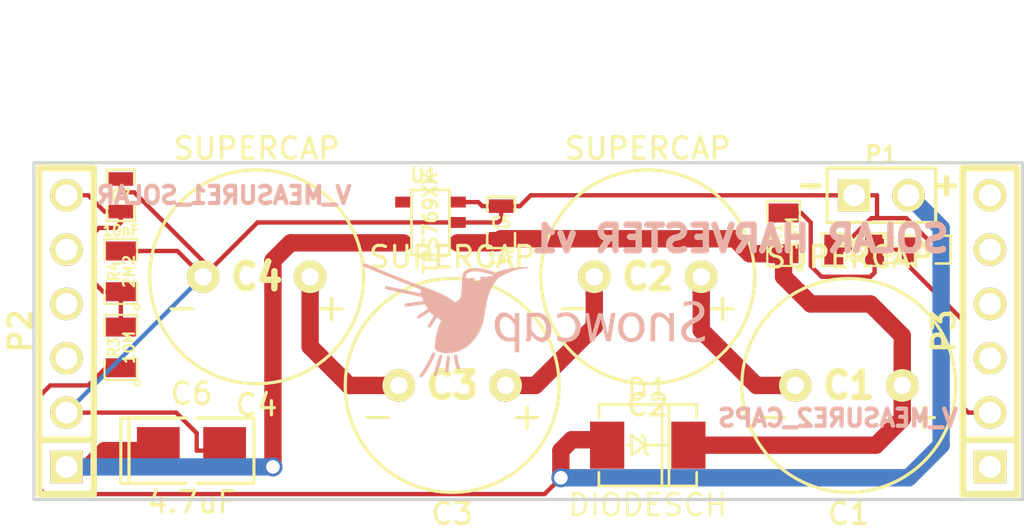
<source format=kicad_pcb>
(kicad_pcb (version 20171130) (host pcbnew "(5.1.12)-1")

  (general
    (thickness 1.6)
    (drawings 14)
    (tracks 105)
    (zones 0)
    (modules 18)
    (nets 10)
  )

  (page A3)
  (layers
    (0 F.Cu signal)
    (31 B.Cu signal)
    (32 B.Adhes user hide)
    (33 F.Adhes user hide)
    (34 B.Paste user)
    (35 F.Paste user)
    (36 B.SilkS user)
    (37 F.SilkS user)
    (38 B.Mask user)
    (39 F.Mask user)
    (40 Dwgs.User user)
    (41 Cmts.User user)
    (42 Eco1.User user)
    (43 Eco2.User user)
    (44 Edge.Cuts user)
  )

  (setup
    (last_trace_width 0.2032)
    (user_trace_width 0.4064)
    (user_trace_width 0.8128)
    (trace_clearance 0.2032)
    (zone_clearance 0.254)
    (zone_45_only no)
    (trace_min 0.2032)
    (via_size 0.889)
    (via_drill 0.635)
    (via_min_size 0.889)
    (via_min_drill 0.508)
    (uvia_size 0.508)
    (uvia_drill 0.127)
    (uvias_allowed no)
    (uvia_min_size 0.508)
    (uvia_min_drill 0.127)
    (edge_width 0.15)
    (segment_width 0.2)
    (pcb_text_width 0.3)
    (pcb_text_size 1 1)
    (mod_edge_width 0.15)
    (mod_text_size 1 1)
    (mod_text_width 0.15)
    (pad_size 2 2.2)
    (pad_drill 0)
    (pad_to_mask_clearance 0)
    (aux_axis_origin 0 0)
    (visible_elements 7FFFFFFF)
    (pcbplotparams
      (layerselection 0x00030_ffffffff)
      (usegerberextensions true)
      (usegerberattributes true)
      (usegerberadvancedattributes true)
      (creategerberjobfile true)
      (excludeedgelayer true)
      (linewidth 0.150000)
      (plotframeref false)
      (viasonmask false)
      (mode 1)
      (useauxorigin false)
      (hpglpennumber 1)
      (hpglpenspeed 20)
      (hpglpendiameter 15.000000)
      (psnegative false)
      (psa4output false)
      (plotreference false)
      (plotvalue false)
      (plotinvisibletext false)
      (padsonsilk false)
      (subtractmaskfromsilk false)
      (outputformat 1)
      (mirror false)
      (drillshape 0)
      (scaleselection 1)
      (outputdirectory "gerbers/"))
  )

  (net 0 "")
  (net 1 /V_MEASURE1)
  (net 2 /V_MEASURE2)
  (net 3 GND)
  (net 4 N-0000014)
  (net 5 N-0000015)
  (net 6 N-0000016)
  (net 7 N-0000017)
  (net 8 N-000002)
  (net 9 N-000003)

  (net_class Default "This is the default net class."
    (clearance 0.2032)
    (trace_width 0.2032)
    (via_dia 0.889)
    (via_drill 0.635)
    (uvia_dia 0.508)
    (uvia_drill 0.127)
    (add_net /V_MEASURE1)
    (add_net /V_MEASURE2)
    (add_net GND)
    (add_net N-0000014)
    (add_net N-0000015)
    (add_net N-0000016)
    (add_net N-0000017)
    (add_net N-000002)
    (add_net N-000003)
  )

  (module PIN_ARRAY_2X1 (layer F.Cu) (tedit 4565C520) (tstamp 53C505D3)
    (at 65.024 40.64)
    (descr "Connecteurs 2 pins")
    (tags "CONN DEV")
    (path /53C3E518)
    (fp_text reference P1 (at 0 -1.905) (layer F.SilkS)
      (effects (font (size 0.762 0.762) (thickness 0.1524)))
    )
    (fp_text value CONN_2 (at 0 -1.905) (layer F.SilkS) hide
      (effects (font (size 0.762 0.762) (thickness 0.1524)))
    )
    (fp_line (start 2.54 1.27) (end -2.54 1.27) (layer F.SilkS) (width 0.1524))
    (fp_line (start 2.54 -1.27) (end 2.54 1.27) (layer F.SilkS) (width 0.1524))
    (fp_line (start -2.54 -1.27) (end 2.54 -1.27) (layer F.SilkS) (width 0.1524))
    (fp_line (start -2.54 1.27) (end -2.54 -1.27) (layer F.SilkS) (width 0.1524))
    (pad 1 thru_hole rect (at -1.27 0) (size 1.524 1.524) (drill 1.016) (layers *.Cu *.Mask F.SilkS)
      (net 3 GND))
    (pad 2 thru_hole circle (at 1.27 0) (size 1.524 1.524) (drill 1.016) (layers *.Cu *.Mask F.SilkS)
      (net 9 N-000003))
    (model pin_array/pins_array_2x1.wrl
      (at (xyz 0 0 0))
      (scale (xyz 1 1 1))
      (rotate (xyz 0 0 0))
    )
  )

  (module SM0805 (layer F.Cu) (tedit 5091495C) (tstamp 53CD2B46)
    (at 63.754 43.18 180)
    (path /53C92F39)
    (attr smd)
    (fp_text reference R2 (at 0 -0.3175 180) (layer F.SilkS)
      (effects (font (size 0.50038 0.50038) (thickness 0.10922)))
    )
    (fp_text value 2M2 (at 0 0.381 180) (layer F.SilkS)
      (effects (font (size 0.50038 0.50038) (thickness 0.10922)))
    )
    (fp_line (start 1.524 0.762) (end 0.508 0.762) (layer F.SilkS) (width 0.09906))
    (fp_line (start 1.524 -0.762) (end 1.524 0.762) (layer F.SilkS) (width 0.09906))
    (fp_line (start 0.508 -0.762) (end 1.524 -0.762) (layer F.SilkS) (width 0.09906))
    (fp_line (start -1.524 -0.762) (end -0.508 -0.762) (layer F.SilkS) (width 0.09906))
    (fp_line (start -1.524 0.762) (end -1.524 -0.762) (layer F.SilkS) (width 0.09906))
    (fp_line (start -0.508 0.762) (end -1.524 0.762) (layer F.SilkS) (width 0.09906))
    (fp_circle (center -1.651 0.762) (end -1.651 0.635) (layer F.SilkS) (width 0.09906))
    (pad 1 smd rect (at -0.9525 0 180) (size 0.889 1.397) (layers F.Cu F.Paste F.Mask)
      (net 2 /V_MEASURE2))
    (pad 2 smd rect (at 0.9525 0 180) (size 0.889 1.397) (layers F.Cu F.Paste F.Mask)
      (net 3 GND))
    (model smd/chip_cms.wrl
      (at (xyz 0 0 0))
      (scale (xyz 0.1 0.1 0.1))
      (rotate (xyz 0 0 0))
    )
  )

  (module SM0805 (layer F.Cu) (tedit 5091495C) (tstamp 53CD2B38)
    (at 29.464 47.752 90)
    (path /53C93A18)
    (attr smd)
    (fp_text reference R3 (at 0 -0.3175 90) (layer F.SilkS)
      (effects (font (size 0.50038 0.50038) (thickness 0.10922)))
    )
    (fp_text value 10M (at 0 0.381 90) (layer F.SilkS)
      (effects (font (size 0.50038 0.50038) (thickness 0.10922)))
    )
    (fp_line (start 1.524 0.762) (end 0.508 0.762) (layer F.SilkS) (width 0.09906))
    (fp_line (start 1.524 -0.762) (end 1.524 0.762) (layer F.SilkS) (width 0.09906))
    (fp_line (start 0.508 -0.762) (end 1.524 -0.762) (layer F.SilkS) (width 0.09906))
    (fp_line (start -1.524 -0.762) (end -0.508 -0.762) (layer F.SilkS) (width 0.09906))
    (fp_line (start -1.524 0.762) (end -1.524 -0.762) (layer F.SilkS) (width 0.09906))
    (fp_line (start -0.508 0.762) (end -1.524 0.762) (layer F.SilkS) (width 0.09906))
    (fp_circle (center -1.651 0.762) (end -1.651 0.635) (layer F.SilkS) (width 0.09906))
    (pad 1 smd rect (at -0.9525 0 90) (size 0.889 1.397) (layers F.Cu F.Paste F.Mask)
      (net 9 N-000003))
    (pad 2 smd rect (at 0.9525 0 90) (size 0.889 1.397) (layers F.Cu F.Paste F.Mask)
      (net 1 /V_MEASURE1))
    (model smd/chip_cms.wrl
      (at (xyz 0 0 0))
      (scale (xyz 0.1 0.1 0.1))
      (rotate (xyz 0 0 0))
    )
  )

  (module SM0805 (layer F.Cu) (tedit 5091495C) (tstamp 53CD276B)
    (at 29.464 44.196 90)
    (path /53C93A3D)
    (attr smd)
    (fp_text reference R4 (at 0 -0.3175 90) (layer F.SilkS)
      (effects (font (size 0.50038 0.50038) (thickness 0.10922)))
    )
    (fp_text value 2M2 (at 0 0.381 90) (layer F.SilkS)
      (effects (font (size 0.50038 0.50038) (thickness 0.10922)))
    )
    (fp_line (start 1.524 0.762) (end 0.508 0.762) (layer F.SilkS) (width 0.09906))
    (fp_line (start 1.524 -0.762) (end 1.524 0.762) (layer F.SilkS) (width 0.09906))
    (fp_line (start 0.508 -0.762) (end 1.524 -0.762) (layer F.SilkS) (width 0.09906))
    (fp_line (start -1.524 -0.762) (end -0.508 -0.762) (layer F.SilkS) (width 0.09906))
    (fp_line (start -1.524 0.762) (end -1.524 -0.762) (layer F.SilkS) (width 0.09906))
    (fp_line (start -0.508 0.762) (end -1.524 0.762) (layer F.SilkS) (width 0.09906))
    (fp_circle (center -1.651 0.762) (end -1.651 0.635) (layer F.SilkS) (width 0.09906))
    (pad 1 smd rect (at -0.9525 0 90) (size 0.889 1.397) (layers F.Cu F.Paste F.Mask)
      (net 1 /V_MEASURE1))
    (pad 2 smd rect (at 0.9525 0 90) (size 0.889 1.397) (layers F.Cu F.Paste F.Mask)
      (net 3 GND))
    (model smd/chip_cms.wrl
      (at (xyz 0 0 0))
      (scale (xyz 0.1 0.1 0.1))
      (rotate (xyz 0 0 0))
    )
  )

  (module SM0603_Capa (layer F.Cu) (tedit 5051B1EC) (tstamp 53CD2B53)
    (at 67.056 43.18)
    (path /53C956DD)
    (attr smd)
    (fp_text reference C8 (at 0 0 90) (layer F.SilkS)
      (effects (font (size 0.508 0.4572) (thickness 0.1143)))
    )
    (fp_text value 10nF (at -1.651 0 90) (layer F.SilkS)
      (effects (font (size 0.508 0.4572) (thickness 0.1143)))
    )
    (fp_line (start -1.19888 0.635) (end -1.19888 -0.635) (layer F.SilkS) (width 0.11938))
    (fp_line (start 1.19888 -0.635) (end 1.19888 0.635) (layer F.SilkS) (width 0.11938))
    (fp_line (start -1.19888 -0.65024) (end -0.50038 -0.65024) (layer F.SilkS) (width 0.11938))
    (fp_line (start 0.50038 -0.65024) (end 1.19888 -0.65024) (layer F.SilkS) (width 0.11938))
    (fp_line (start -0.50038 0.65024) (end -1.19888 0.65024) (layer F.SilkS) (width 0.11938))
    (fp_line (start 0.50038 0.65024) (end 1.19888 0.65024) (layer F.SilkS) (width 0.11938))
    (pad 1 smd rect (at -0.762 0) (size 0.635 1.143) (layers F.Cu F.Paste F.Mask)
      (net 2 /V_MEASURE2))
    (pad 2 smd rect (at 0.762 0) (size 0.635 1.143) (layers F.Cu F.Paste F.Mask)
      (net 3 GND))
    (model smd\capacitors\C0603.wrl
      (offset (xyz 0 0 0.02539999961853028))
      (scale (xyz 0.5 0.5 0.5))
      (rotate (xyz 0 0 0))
    )
  )

  (module SM0603_Capa (layer F.Cu) (tedit 5051B1EC) (tstamp 53CD2783)
    (at 29.464 40.64 90)
    (path /53C95759)
    (attr smd)
    (fp_text reference C7 (at 0 0 180) (layer F.SilkS)
      (effects (font (size 0.508 0.4572) (thickness 0.1143)))
    )
    (fp_text value 10nF (at -1.651 0 180) (layer F.SilkS)
      (effects (font (size 0.508 0.4572) (thickness 0.1143)))
    )
    (fp_line (start -1.19888 0.635) (end -1.19888 -0.635) (layer F.SilkS) (width 0.11938))
    (fp_line (start 1.19888 -0.635) (end 1.19888 0.635) (layer F.SilkS) (width 0.11938))
    (fp_line (start -1.19888 -0.65024) (end -0.50038 -0.65024) (layer F.SilkS) (width 0.11938))
    (fp_line (start 0.50038 -0.65024) (end 1.19888 -0.65024) (layer F.SilkS) (width 0.11938))
    (fp_line (start -0.50038 0.65024) (end -1.19888 0.65024) (layer F.SilkS) (width 0.11938))
    (fp_line (start 0.50038 0.65024) (end 1.19888 0.65024) (layer F.SilkS) (width 0.11938))
    (pad 1 smd rect (at -0.762 0 90) (size 0.635 1.143) (layers F.Cu F.Paste F.Mask)
      (net 1 /V_MEASURE1))
    (pad 2 smd rect (at 0.762 0 90) (size 0.635 1.143) (layers F.Cu F.Paste F.Mask)
      (net 3 GND))
    (model smd\capacitors\C0603.wrl
      (offset (xyz 0 0 0.02539999961853028))
      (scale (xyz 0.5 0.5 0.5))
      (rotate (xyz 0 0 0))
    )
  )

  (module SUPERCAP_ESHSR-0010C0-002R7 (layer F.Cu) (tedit 53C51179) (tstamp 53C50589)
    (at 63.5 49.53 180)
    (path /53C3E8A4)
    (fp_text reference C1 (at 0 -6 180) (layer F.SilkS)
      (effects (font (size 1 1) (thickness 0.15)))
    )
    (fp_text value SUPERCAP (at 0 6 180) (layer F.SilkS)
      (effects (font (size 1 1) (thickness 0.15)))
    )
    (fp_circle (center 0 0) (end -5 0) (layer F.SilkS) (width 0.15))
    (fp_line (start -3.5 -1) (end -3.5 -2) (layer F.SilkS) (width 0.15))
    (fp_line (start -4 -1.5) (end -3 -1.5) (layer F.SilkS) (width 0.15))
    (fp_line (start 3 -1.5) (end 4 -1.5) (layer F.SilkS) (width 0.15))
    (pad 1 thru_hole circle (at -2.5 0 180) (size 1.524 1.524) (drill 0.8128) (layers *.Cu *.Mask F.SilkS)
      (net 6 N-0000016))
    (pad 2 thru_hole circle (at 2.5 0 180) (size 1.524 1.524) (drill 0.8128) (layers *.Cu *.Mask F.SilkS)
      (net 5 N-0000015))
  )

  (module SM0805 (layer F.Cu) (tedit 5091495C) (tstamp 53CD2B61)
    (at 60.452 42.418 90)
    (path /53C92F2A)
    (attr smd)
    (fp_text reference R1 (at 0 -0.3175 90) (layer F.SilkS)
      (effects (font (size 0.50038 0.50038) (thickness 0.10922)))
    )
    (fp_text value 10M (at 0 0.381 90) (layer F.SilkS)
      (effects (font (size 0.50038 0.50038) (thickness 0.10922)))
    )
    (fp_line (start 1.524 0.762) (end 0.508 0.762) (layer F.SilkS) (width 0.09906))
    (fp_line (start 1.524 -0.762) (end 1.524 0.762) (layer F.SilkS) (width 0.09906))
    (fp_line (start 0.508 -0.762) (end 1.524 -0.762) (layer F.SilkS) (width 0.09906))
    (fp_line (start -1.524 -0.762) (end -0.508 -0.762) (layer F.SilkS) (width 0.09906))
    (fp_line (start -1.524 0.762) (end -1.524 -0.762) (layer F.SilkS) (width 0.09906))
    (fp_line (start -0.508 0.762) (end -1.524 0.762) (layer F.SilkS) (width 0.09906))
    (fp_circle (center -1.651 0.762) (end -1.651 0.635) (layer F.SilkS) (width 0.09906))
    (pad 1 smd rect (at -0.9525 0 90) (size 0.889 1.397) (layers F.Cu F.Paste F.Mask)
      (net 6 N-0000016))
    (pad 2 smd rect (at 0.9525 0 90) (size 0.889 1.397) (layers F.Cu F.Paste F.Mask)
      (net 2 /V_MEASURE2))
    (model smd/chip_cms.wrl
      (at (xyz 0 0 0))
      (scale (xyz 0.1 0.1 0.1))
      (rotate (xyz 0 0 0))
    )
  )

  (module SUPERCAP_ESHSR-0010C0-002R7 (layer F.Cu) (tedit 53C51179) (tstamp 53C5059D)
    (at 54.102 44.45 180)
    (path /53C6BB4A)
    (fp_text reference C2 (at 0 -6 180) (layer F.SilkS)
      (effects (font (size 1 1) (thickness 0.15)))
    )
    (fp_text value SUPERCAP (at 0 6 180) (layer F.SilkS)
      (effects (font (size 1 1) (thickness 0.15)))
    )
    (fp_circle (center 0 0) (end -5 0) (layer F.SilkS) (width 0.15))
    (fp_line (start -3.5 -1) (end -3.5 -2) (layer F.SilkS) (width 0.15))
    (fp_line (start -4 -1.5) (end -3 -1.5) (layer F.SilkS) (width 0.15))
    (fp_line (start 3 -1.5) (end 4 -1.5) (layer F.SilkS) (width 0.15))
    (pad 1 thru_hole circle (at -2.5 0 180) (size 1.524 1.524) (drill 0.8128) (layers *.Cu *.Mask F.SilkS)
      (net 5 N-0000015))
    (pad 2 thru_hole circle (at 2.5 0 180) (size 1.524 1.524) (drill 0.8128) (layers *.Cu *.Mask F.SilkS)
      (net 8 N-000002))
  )

  (module SUPERCAP_ESHSR-0010C0-002R7 (layer F.Cu) (tedit 53C51179) (tstamp 53C505A7)
    (at 44.958 49.53 180)
    (path /53C92365)
    (fp_text reference C3 (at 0 -6 180) (layer F.SilkS)
      (effects (font (size 1 1) (thickness 0.15)))
    )
    (fp_text value SUPERCAP (at 0 6 180) (layer F.SilkS)
      (effects (font (size 1 1) (thickness 0.15)))
    )
    (fp_circle (center 0 0) (end -5 0) (layer F.SilkS) (width 0.15))
    (fp_line (start -3.5 -1) (end -3.5 -2) (layer F.SilkS) (width 0.15))
    (fp_line (start -4 -1.5) (end -3 -1.5) (layer F.SilkS) (width 0.15))
    (fp_line (start 3 -1.5) (end 4 -1.5) (layer F.SilkS) (width 0.15))
    (pad 1 thru_hole circle (at -2.5 0 180) (size 1.524 1.524) (drill 0.8128) (layers *.Cu *.Mask F.SilkS)
      (net 8 N-000002))
    (pad 2 thru_hole circle (at 2.5 0 180) (size 1.524 1.524) (drill 0.8128) (layers *.Cu *.Mask F.SilkS)
      (net 7 N-0000017))
  )

  (module PIN_ARRAY-6X1 (layer F.Cu) (tedit 41402119) (tstamp 53C505C9)
    (at 26.924 46.99 90)
    (descr "Connecteur 6 pins")
    (tags "CONN DEV")
    (path /53C4FACB)
    (fp_text reference P2 (at 0 -2.159 90) (layer F.SilkS)
      (effects (font (size 1.016 1.016) (thickness 0.2032)))
    )
    (fp_text value CONN_6 (at 0 2.159 90) (layer F.SilkS) hide
      (effects (font (size 1.016 0.889) (thickness 0.2032)))
    )
    (fp_line (start -5.08 1.27) (end -5.08 -1.27) (layer F.SilkS) (width 0.3048))
    (fp_line (start 7.62 1.27) (end -7.62 1.27) (layer F.SilkS) (width 0.3048))
    (fp_line (start 7.62 -1.27) (end 7.62 1.27) (layer F.SilkS) (width 0.3048))
    (fp_line (start -7.62 -1.27) (end 7.62 -1.27) (layer F.SilkS) (width 0.3048))
    (fp_line (start -7.62 1.27) (end -7.62 -1.27) (layer F.SilkS) (width 0.3048))
    (pad 1 thru_hole rect (at -6.35 0 90) (size 1.524 1.524) (drill 1.016) (layers *.Cu *.Mask F.SilkS)
      (net 4 N-0000014))
    (pad 2 thru_hole circle (at -3.81 0 90) (size 1.524 1.524) (drill 1.016) (layers *.Cu *.Mask F.SilkS)
      (net 3 GND))
    (pad 3 thru_hole circle (at -1.27 0 90) (size 1.524 1.524) (drill 1.016) (layers *.Cu *.Mask F.SilkS))
    (pad 4 thru_hole circle (at 1.27 0 90) (size 1.524 1.524) (drill 1.016) (layers *.Cu *.Mask F.SilkS))
    (pad 5 thru_hole circle (at 3.81 0 90) (size 1.524 1.524) (drill 1.016) (layers *.Cu *.Mask F.SilkS))
    (pad 6 thru_hole circle (at 6.35 0 90) (size 1.524 1.524) (drill 1.016) (layers *.Cu *.Mask F.SilkS)
      (net 1 /V_MEASURE1))
    (model pin_array/pins_array_6x1.wrl
      (at (xyz 0 0 0))
      (scale (xyz 1 1 1))
      (rotate (xyz 0 0 0))
    )
  )

  (module PIN_ARRAY-6X1 (layer F.Cu) (tedit 41402119) (tstamp 53C505DD)
    (at 70.104 46.99 90)
    (descr "Connecteur 6 pins")
    (tags "CONN DEV")
    (path /53C4FADA)
    (fp_text reference P3 (at 0 -2.159 90) (layer F.SilkS)
      (effects (font (size 1.016 1.016) (thickness 0.2032)))
    )
    (fp_text value CONN_6 (at 0 2.159 90) (layer F.SilkS) hide
      (effects (font (size 1.016 0.889) (thickness 0.2032)))
    )
    (fp_line (start -5.08 1.27) (end -5.08 -1.27) (layer F.SilkS) (width 0.3048))
    (fp_line (start 7.62 1.27) (end -7.62 1.27) (layer F.SilkS) (width 0.3048))
    (fp_line (start 7.62 -1.27) (end 7.62 1.27) (layer F.SilkS) (width 0.3048))
    (fp_line (start -7.62 -1.27) (end 7.62 -1.27) (layer F.SilkS) (width 0.3048))
    (fp_line (start -7.62 1.27) (end -7.62 -1.27) (layer F.SilkS) (width 0.3048))
    (pad 1 thru_hole rect (at -6.35 0 90) (size 1.524 1.524) (drill 1.016) (layers *.Cu *.Mask F.SilkS))
    (pad 2 thru_hole circle (at -3.81 0 90) (size 1.524 1.524) (drill 1.016) (layers *.Cu *.Mask F.SilkS)
      (net 2 /V_MEASURE2))
    (pad 3 thru_hole circle (at -1.27 0 90) (size 1.524 1.524) (drill 1.016) (layers *.Cu *.Mask F.SilkS))
    (pad 4 thru_hole circle (at 1.27 0 90) (size 1.524 1.524) (drill 1.016) (layers *.Cu *.Mask F.SilkS))
    (pad 5 thru_hole circle (at 3.81 0 90) (size 1.524 1.524) (drill 1.016) (layers *.Cu *.Mask F.SilkS))
    (pad 6 thru_hole circle (at 6.35 0 90) (size 1.524 1.524) (drill 1.016) (layers *.Cu *.Mask F.SilkS))
    (model pin_array/pins_array_6x1.wrl
      (at (xyz 0 0 0))
      (scale (xyz 1 1 1))
      (rotate (xyz 0 0 0))
    )
  )

  (module SM0603_Capa (layer F.Cu) (tedit 5051B1EC) (tstamp 53C5676B)
    (at 47.244 41.91 90)
    (path /53C9232C)
    (attr smd)
    (fp_text reference C5 (at 0 0 180) (layer F.SilkS)
      (effects (font (size 0.508 0.4572) (thickness 0.1143)))
    )
    (fp_text value 1uF (at -1.651 0 180) (layer F.SilkS)
      (effects (font (size 0.508 0.4572) (thickness 0.1143)))
    )
    (fp_line (start -1.19888 0.635) (end -1.19888 -0.635) (layer F.SilkS) (width 0.11938))
    (fp_line (start 1.19888 -0.635) (end 1.19888 0.635) (layer F.SilkS) (width 0.11938))
    (fp_line (start -1.19888 -0.65024) (end -0.50038 -0.65024) (layer F.SilkS) (width 0.11938))
    (fp_line (start 0.50038 -0.65024) (end 1.19888 -0.65024) (layer F.SilkS) (width 0.11938))
    (fp_line (start -0.50038 0.65024) (end -1.19888 0.65024) (layer F.SilkS) (width 0.11938))
    (fp_line (start 0.50038 0.65024) (end 1.19888 0.65024) (layer F.SilkS) (width 0.11938))
    (pad 1 smd rect (at -0.762 0 90) (size 0.635 1.143) (layers F.Cu F.Paste F.Mask)
      (net 6 N-0000016))
    (pad 2 smd rect (at 0.762 0 90) (size 0.635 1.143) (layers F.Cu F.Paste F.Mask)
      (net 3 GND))
    (model smd\capacitors\C0603.wrl
      (offset (xyz 0 0 0.02539999961853028))
      (scale (xyz 0.5 0.5 0.5))
      (rotate (xyz 0 0 0))
    )
  )

  (module SOT23-5 (layer F.Cu) (tedit 4ECF78EF) (tstamp 53C5DD6B)
    (at 43.942 41.91 90)
    (path /53C91F5E)
    (attr smd)
    (fp_text reference U1 (at 2.19964 -0.29972 180) (layer F.SilkS)
      (effects (font (size 0.635 0.635) (thickness 0.127)))
    )
    (fp_text value TPS769XX (at 0 0 90) (layer F.SilkS)
      (effects (font (size 0.635 0.635) (thickness 0.127)))
    )
    (fp_line (start -1.524 -0.889) (end 1.524 -0.889) (layer F.SilkS) (width 0.127))
    (fp_line (start -1.524 0.889) (end -1.524 -0.889) (layer F.SilkS) (width 0.127))
    (fp_line (start 1.524 0.889) (end -1.524 0.889) (layer F.SilkS) (width 0.127))
    (fp_line (start 1.524 -0.889) (end 1.524 0.889) (layer F.SilkS) (width 0.127))
    (pad 1 smd rect (at -0.9525 1.27 90) (size 0.508 0.762) (layers F.Cu F.Paste F.Mask)
      (net 6 N-0000016))
    (pad 3 smd rect (at 0.9525 1.27 90) (size 0.508 0.762) (layers F.Cu F.Paste F.Mask)
      (net 3 GND))
    (pad 5 smd rect (at -0.9525 -1.27 90) (size 0.508 0.762) (layers F.Cu F.Paste F.Mask)
      (net 4 N-0000014))
    (pad 2 smd rect (at 0 1.27 90) (size 0.508 0.762) (layers F.Cu F.Paste F.Mask)
      (net 3 GND))
    (pad 4 smd rect (at 0.9525 -1.27 90) (size 0.508 0.762) (layers F.Cu F.Paste F.Mask))
    (model smd/SOT23_5.wrl
      (at (xyz 0 0 0))
      (scale (xyz 0.1 0.1 0.1))
      (rotate (xyz 0 0 0))
    )
  )

  (module SM1411_POL (layer F.Cu) (tedit 53CCCAB7) (tstamp 53C6D119)
    (at 32.766 52.578)
    (path /53C93CB8)
    (fp_text reference C6 (at 0 -2.667) (layer F.SilkS)
      (effects (font (size 1 1) (thickness 0.15)))
    )
    (fp_text value 4.7uF (at 0 2.413) (layer F.SilkS)
      (effects (font (size 1 1) (thickness 0.15)))
    )
    (fp_line (start 2.921 1.524) (end 0.254 1.524) (layer F.SilkS) (width 0.15))
    (fp_line (start 2.921 -1.524) (end 2.921 1.524) (layer F.SilkS) (width 0.15))
    (fp_line (start 0.254 -1.524) (end 2.921 -1.524) (layer F.SilkS) (width 0.15))
    (fp_line (start -2.921 -1.524) (end -0.254 -1.524) (layer F.SilkS) (width 0.15))
    (fp_line (start -2.921 1.524) (end -2.921 -1.524) (layer F.SilkS) (width 0.15))
    (fp_line (start -0.254 1.524) (end -2.921 1.524) (layer F.SilkS) (width 0.15))
    (fp_line (start -3.302 1.524) (end -2.921 1.524) (layer F.SilkS) (width 0.15))
    (fp_line (start -3.302 -1.524) (end -3.302 1.524) (layer F.SilkS) (width 0.15))
    (fp_line (start -2.921 -1.524) (end -3.302 -1.524) (layer F.SilkS) (width 0.15))
    (pad 1 smd rect (at -1.55 0) (size 2 2.2) (layers F.Cu F.Paste F.Mask)
      (net 4 N-0000014))
    (pad 2 smd rect (at 1.55 0) (size 2 2.2) (layers F.Cu F.Paste F.Mask)
      (net 3 GND))
  )

  (module SUPERCAP_ESHSR-0010C0-002R7 (layer F.Cu) (tedit 53C51179) (tstamp 53C5057D)
    (at 35.814 44.45 180)
    (path /53C9236B)
    (fp_text reference C4 (at 0 -6 180) (layer F.SilkS)
      (effects (font (size 1 1) (thickness 0.15)))
    )
    (fp_text value SUPERCAP (at 0 6 180) (layer F.SilkS)
      (effects (font (size 1 1) (thickness 0.15)))
    )
    (fp_circle (center 0 0) (end -5 0) (layer F.SilkS) (width 0.15))
    (fp_line (start -3.5 -1) (end -3.5 -2) (layer F.SilkS) (width 0.15))
    (fp_line (start -4 -1.5) (end -3 -1.5) (layer F.SilkS) (width 0.15))
    (fp_line (start 3 -1.5) (end 4 -1.5) (layer F.SilkS) (width 0.15))
    (pad 1 thru_hole circle (at -2.5 0 180) (size 1.524 1.524) (drill 0.8128) (layers *.Cu *.Mask F.SilkS)
      (net 7 N-0000017))
    (pad 2 thru_hole circle (at 2.5 0 180) (size 1.524 1.524) (drill 0.8128) (layers *.Cu *.Mask F.SilkS)
      (net 3 GND))
  )

  (module "DO-214AC(SMA)" (layer F.Cu) (tedit 50924EEA) (tstamp 53C5056E)
    (at 54.102 52.324)
    (descr "DO-214AC (SMA)  PACKAGE.")
    (tags "DO-214AC SMA")
    (path /53C3E57D)
    (attr smd)
    (fp_text reference D1 (at 0 -2.60096) (layer F.SilkS)
      (effects (font (size 1.00076 1.00076) (thickness 0.11938)))
    )
    (fp_text value DIODESCH (at 0 2.79908) (layer F.SilkS)
      (effects (font (size 1.00076 1.00076) (thickness 0.11938)))
    )
    (fp_line (start -0.127 0) (end 0.98298 0) (layer F.SilkS) (width 0.127))
    (fp_line (start -0.127 0.3175) (end 0.03048 0.47498) (layer F.SilkS) (width 0.127))
    (fp_line (start -0.127 0) (end -0.127 0.3175) (layer F.SilkS) (width 0.127))
    (fp_line (start -0.127 -0.3175) (end -0.28448 -0.47498) (layer F.SilkS) (width 0.127))
    (fp_line (start -0.127 0) (end -0.127 -0.3175) (layer F.SilkS) (width 0.127))
    (fp_line (start -0.762 0.47498) (end -0.127 0) (layer F.SilkS) (width 0.127))
    (fp_line (start -0.762 0) (end -0.762 0.47498) (layer F.SilkS) (width 0.127))
    (fp_line (start -0.762 -0.47498) (end -0.762 0) (layer F.SilkS) (width 0.127))
    (fp_line (start -0.127 0) (end -0.762 -0.47498) (layer F.SilkS) (width 0.127))
    (fp_line (start -2.286 -1.27) (end -2.286 -1.905) (layer F.SilkS) (width 0.127))
    (fp_line (start 2.286 1.905) (end 2.286 1.27) (layer F.SilkS) (width 0.127))
    (fp_line (start -2.286 1.905) (end 2.286 1.905) (layer F.SilkS) (width 0.127))
    (fp_line (start -2.286 1.27) (end -2.286 1.905) (layer F.SilkS) (width 0.127))
    (fp_line (start 0.9906 1.905) (end 0.9906 -1.905) (layer F.SilkS) (width 0.127))
    (fp_line (start 0.6604 1.905) (end 0.6604 -1.905) (layer F.SilkS) (width 0.127))
    (fp_line (start 2.286 -1.905) (end 2.286 -1.27) (layer F.SilkS) (width 0.127))
    (fp_line (start -2.286 -1.905) (end 2.286 -1.905) (layer F.SilkS) (width 0.127))
    (fp_line (start -0.762 0) (end -0.9652 0) (layer F.SilkS) (width 0.127))
    (pad 1 smd rect (at -1.89992 0) (size 1.6002 2.19964) (layers F.Cu F.Paste F.Mask)
      (net 9 N-000003))
    (pad 2 smd rect (at 1.89992 0) (size 1.6002 2.19964) (layers F.Cu F.Paste F.Mask)
      (net 6 N-0000016))
    (model smd/do214.wrl
      (at (xyz 0 0 0))
      (scale (xyz 0.95 0.95 0.95))
      (rotate (xyz 0 0 0))
    )
  )

  (module LOGO_SNOWCAP_BACK (layer B.Cu) (tedit 527E936D) (tstamp 53CD36CE)
    (at 48.768 46.482)
    (fp_text reference Noname_1 (at 0 -28.956) (layer B.SilkS) hide
      (effects (font (size 1.524 1.524) (thickness 0.3048)) (justify mirror))
    )
    (fp_text value "" (at 0 28.956) (layer B.SilkS) hide
      (effects (font (size 1.524 1.524) (thickness 0.3048)) (justify mirror))
    )
    (fp_poly (pts (xy 6.55574 0.98552) (xy 6.44906 0.98552) (xy 6.33984 0.98552) (xy 6.33984 0.59944)
      (xy 6.33984 0.2159) (xy 6.3119 0.16764) (xy 6.26618 0.09652) (xy 6.21284 0.03048)
      (xy 6.15442 -0.0254) (xy 6.096 -0.0762) (xy 6.03504 -0.11684) (xy 5.97408 -0.14478)
      (xy 5.91566 -0.16256) (xy 5.86232 -0.16764) (xy 5.85978 -0.16764) (xy 5.80898 -0.15494)
      (xy 5.7658 -0.127) (xy 5.73024 -0.0889) (xy 5.7023 -0.04318) (xy 5.69214 -0.00508)
      (xy 5.6896 0.01524) (xy 5.68706 0.04826) (xy 5.68452 0.09652) (xy 5.68198 0.16002)
      (xy 5.68198 0.23876) (xy 5.67944 0.33274) (xy 5.67944 0.43942) (xy 5.6769 0.51054)
      (xy 5.67436 0.98552) (xy 5.56768 0.98552) (xy 5.45846 0.98552) (xy 5.45846 0.5461)
      (xy 5.461 0.42926) (xy 5.461 0.32512) (xy 5.461 0.23622) (xy 5.46354 0.15748)
      (xy 5.46608 0.09144) (xy 5.46862 0.03556) (xy 5.47116 -0.0127) (xy 5.47624 -0.05334)
      (xy 5.48132 -0.0889) (xy 5.48894 -0.11684) (xy 5.4991 -0.14224) (xy 5.50672 -0.16764)
      (xy 5.51688 -0.18542) (xy 5.55244 -0.23876) (xy 5.6007 -0.28448) (xy 5.65658 -0.32258)
      (xy 5.72262 -0.34798) (xy 5.7912 -0.36576) (xy 5.842 -0.3683) (xy 5.92328 -0.36068)
      (xy 6.00202 -0.33782) (xy 6.0833 -0.29972) (xy 6.1595 -0.24892) (xy 6.17728 -0.23368)
      (xy 6.20522 -0.21082) (xy 6.22808 -0.18542) (xy 6.25348 -0.16002) (xy 6.28142 -0.12446)
      (xy 6.31698 -0.08128) (xy 6.31698 -0.07874) (xy 6.33984 -0.05334) (xy 6.33984 -0.19304)
      (xy 6.33984 -0.33528) (xy 6.44906 -0.33528) (xy 6.55574 -0.33528) (xy 6.55574 0.32512)
      (xy 6.55574 0.98552)) (layer B.SilkS) (width 0.00254))
    (fp_poly (pts (xy 3.82016 -0.33528) (xy 3.81508 -0.31496) (xy 3.81254 -0.30226) (xy 3.81 -0.27686)
      (xy 3.80238 -0.23876) (xy 3.79476 -0.18796) (xy 3.7846 -0.12446) (xy 3.7719 -0.05334)
      (xy 3.7592 0.0254) (xy 3.7465 0.1143) (xy 3.73126 0.20574) (xy 3.71348 0.30226)
      (xy 3.71094 0.32766) (xy 3.69316 0.42672) (xy 3.68046 0.5207) (xy 3.66522 0.60706)
      (xy 3.65252 0.68834) (xy 3.63982 0.762) (xy 3.62966 0.8255) (xy 3.6195 0.88138)
      (xy 3.61442 0.92202) (xy 3.60934 0.94996) (xy 3.6068 0.9652) (xy 3.6068 0.96774)
      (xy 3.60426 0.97282) (xy 3.59918 0.9779) (xy 3.58902 0.98298) (xy 3.57124 0.98298)
      (xy 3.5433 0.98552) (xy 3.50266 0.98552) (xy 3.49504 0.98552) (xy 3.38836 0.98552)
      (xy 3.27914 0.5588) (xy 3.25882 0.47498) (xy 3.2385 0.3937) (xy 3.21818 0.3175)
      (xy 3.2004 0.24384) (xy 3.18516 0.18034) (xy 3.16992 0.12446) (xy 3.15976 0.08128)
      (xy 3.15468 0.0508) (xy 3.15214 0.04318) (xy 3.14452 0.00508) (xy 3.1369 -0.02286)
      (xy 3.13436 -0.04064) (xy 3.12928 -0.04826) (xy 3.12674 -0.04064) (xy 3.12166 -0.02032)
      (xy 3.11404 0.00762) (xy 3.10642 0.04318) (xy 3.10134 0.06604) (xy 3.09118 0.10668)
      (xy 3.07848 0.15494) (xy 3.0607 0.2159) (xy 3.04038 0.28448) (xy 3.02006 0.35814)
      (xy 2.9972 0.43688) (xy 2.9718 0.5207) (xy 2.96164 0.55626) (xy 2.83464 0.98044)
      (xy 2.73304 0.98298) (xy 2.6289 0.98552) (xy 2.52222 0.3302) (xy 2.50698 0.23114)
      (xy 2.49174 0.13462) (xy 2.4765 0.04318) (xy 2.4638 -0.0381) (xy 2.4511 -0.1143)
      (xy 2.44094 -0.18034) (xy 2.43332 -0.23622) (xy 2.4257 -0.2794) (xy 2.42062 -0.30988)
      (xy 2.41808 -0.32766) (xy 2.41808 -0.3302) (xy 2.4257 -0.33274) (xy 2.44348 -0.33528)
      (xy 2.47142 -0.33528) (xy 2.5019 -0.33528) (xy 2.53492 -0.33528) (xy 2.56032 -0.33528)
      (xy 2.5781 -0.33274) (xy 2.58572 -0.3302) (xy 2.58572 -0.32004) (xy 2.5908 -0.29718)
      (xy 2.59588 -0.26162) (xy 2.6035 -0.2159) (xy 2.61112 -0.16256) (xy 2.62128 -0.1016)
      (xy 2.6289 -0.04826) (xy 2.6416 0.02794) (xy 2.6543 0.10922) (xy 2.667 0.1905)
      (xy 2.6797 0.26924) (xy 2.68986 0.34036) (xy 2.70002 0.39878) (xy 2.70256 0.41656)
      (xy 2.71018 0.4699) (xy 2.7178 0.5207) (xy 2.72542 0.56388) (xy 2.7305 0.5969)
      (xy 2.73304 0.61722) (xy 2.73558 0.62484) (xy 2.73812 0.62738) (xy 2.7432 0.61976)
      (xy 2.74828 0.59944) (xy 2.75844 0.56388) (xy 2.76352 0.54356) (xy 2.7686 0.51562)
      (xy 2.7813 0.47498) (xy 2.794 0.42164) (xy 2.81178 0.36068) (xy 2.8321 0.2921)
      (xy 2.85242 0.2159) (xy 2.87528 0.13716) (xy 2.90068 0.05842) (xy 2.90068 0.05588)
      (xy 3.01498 -0.33274) (xy 3.11404 -0.33274) (xy 3.2131 -0.33274) (xy 3.31978 0.07112)
      (xy 3.3401 0.1524) (xy 3.36042 0.23114) (xy 3.38074 0.3048) (xy 3.39598 0.37592)
      (xy 3.41122 0.43688) (xy 3.42392 0.48768) (xy 3.43408 0.52832) (xy 3.43916 0.55372)
      (xy 3.43916 0.5588) (xy 3.44424 0.59182) (xy 3.44932 0.61722) (xy 3.4544 0.635)
      (xy 3.4544 0.63754) (xy 3.45948 0.62992) (xy 3.46202 0.60706) (xy 3.46964 0.5715)
      (xy 3.4798 0.5207) (xy 3.48996 0.4572) (xy 3.50266 0.37592) (xy 3.5179 0.28194)
      (xy 3.53568 0.17272) (xy 3.55092 0.07112) (xy 3.56108 -0.00508) (xy 3.57378 -0.07874)
      (xy 3.58394 -0.14478) (xy 3.5941 -0.2032) (xy 3.60172 -0.25146) (xy 3.6068 -0.28956)
      (xy 3.61188 -0.31496) (xy 3.61442 -0.32512) (xy 3.62204 -0.3302) (xy 3.63982 -0.33274)
      (xy 3.66776 -0.33528) (xy 3.71348 -0.33528) (xy 3.71856 -0.33528) (xy 3.82016 -0.33528)) (layer B.SilkS) (width 0.00254))
    (fp_poly (pts (xy 5.1816 0.32766) (xy 5.1816 0.381) (xy 5.1816 0.42418) (xy 5.17906 0.45466)
      (xy 5.17652 0.4826) (xy 5.1689 0.51054) (xy 5.16382 0.54102) (xy 5.16128 0.54356)
      (xy 5.12826 0.64262) (xy 5.08254 0.73152) (xy 5.02666 0.81026) (xy 4.96062 0.87884)
      (xy 4.94792 0.89154) (xy 4.94284 0.89408) (xy 4.94284 0.32512) (xy 4.94284 0.26924)
      (xy 4.94284 0.2286) (xy 4.9403 0.19558) (xy 4.93776 0.17018) (xy 4.93268 0.14478)
      (xy 4.92506 0.12192) (xy 4.92506 0.11684) (xy 4.89458 0.03302) (xy 4.85394 -0.03556)
      (xy 4.80568 -0.09398) (xy 4.74726 -0.13716) (xy 4.71678 -0.15494) (xy 4.68884 -0.16764)
      (xy 4.6609 -0.17526) (xy 4.63296 -0.18034) (xy 4.59486 -0.18288) (xy 4.58724 -0.18288)
      (xy 4.51104 -0.18034) (xy 4.445 -0.16764) (xy 4.38404 -0.1397) (xy 4.33324 -0.1016)
      (xy 4.3053 -0.07112) (xy 4.26212 -0.0127) (xy 4.22656 0.05588) (xy 4.2037 0.13716)
      (xy 4.18846 0.22606) (xy 4.18338 0.32004) (xy 4.18592 0.40894) (xy 4.20116 0.50546)
      (xy 4.22656 0.58928) (xy 4.26212 0.66294) (xy 4.3053 0.7239) (xy 4.35864 0.77216)
      (xy 4.41706 0.80518) (xy 4.47548 0.82804) (xy 4.53644 0.8382) (xy 4.60248 0.83566)
      (xy 4.62788 0.83312) (xy 4.699 0.8128) (xy 4.75996 0.77978) (xy 4.81584 0.73406)
      (xy 4.86156 0.6731) (xy 4.88696 0.63246) (xy 4.90474 0.58928) (xy 4.91998 0.55118)
      (xy 4.93014 0.51562) (xy 4.93776 0.47498) (xy 4.9403 0.42926) (xy 4.94284 0.37084)
      (xy 4.94284 0.32512) (xy 4.94284 0.89408) (xy 4.88188 0.93726) (xy 4.80314 0.97536)
      (xy 4.71678 1.0033) (xy 4.62534 1.01854) (xy 4.53136 1.02108) (xy 4.48564 1.016)
      (xy 4.39166 0.99822) (xy 4.3053 0.96774) (xy 4.22402 0.92202) (xy 4.1529 0.8636)
      (xy 4.0894 0.79502) (xy 4.0386 0.71374) (xy 3.99542 0.62484) (xy 3.96494 0.52578)
      (xy 3.9624 0.50546) (xy 3.95478 0.47244) (xy 3.9497 0.44196) (xy 3.94716 0.40894)
      (xy 3.94716 0.3683) (xy 3.94716 0.32004) (xy 3.9497 0.29718) (xy 3.95224 0.23622)
      (xy 3.95478 0.18542) (xy 3.95986 0.14224) (xy 3.97002 0.10414) (xy 3.98272 0.0635)
      (xy 3.99796 0.01524) (xy 4.0005 0.0127) (xy 4.03352 -0.05842) (xy 4.07924 -0.127)
      (xy 4.13258 -0.1905) (xy 4.191 -0.24892) (xy 4.25196 -0.28956) (xy 4.31292 -0.32258)
      (xy 4.37388 -0.3429) (xy 4.44246 -0.35814) (xy 4.51866 -0.36576) (xy 4.53644 -0.36576)
      (xy 4.62788 -0.36576) (xy 4.70916 -0.3556) (xy 4.78282 -0.33528) (xy 4.8514 -0.30734)
      (xy 4.8895 -0.28448) (xy 4.96316 -0.2286) (xy 5.02666 -0.16002) (xy 5.08254 -0.08382)
      (xy 5.12572 0.00508) (xy 5.16128 0.09906) (xy 5.16636 0.11684) (xy 5.17144 0.14732)
      (xy 5.17652 0.17526) (xy 5.17906 0.20574) (xy 5.1816 0.2413) (xy 5.1816 0.28702)
      (xy 5.1816 0.32766)) (layer B.SilkS) (width 0.00254))
    (fp_poly (pts (xy 2.1971 0.2667) (xy 2.19456 0.37846) (xy 2.19202 0.4064) (xy 2.17424 0.51308)
      (xy 2.14376 0.61214) (xy 2.09804 0.70358) (xy 2.03962 0.78486) (xy 1.98374 0.84582)
      (xy 1.905 0.90932) (xy 1.81864 0.95758) (xy 1.72466 0.9906) (xy 1.62306 1.01346)
      (xy 1.5113 1.01854) (xy 1.42748 1.016) (xy 1.30556 1.00076) (xy 1.17856 0.97028)
      (xy 1.16332 0.96774) (xy 1.09982 0.94742) (xy 1.09728 0.84074) (xy 1.09728 0.79756)
      (xy 1.09728 0.76962) (xy 1.09982 0.7493) (xy 1.10236 0.74168) (xy 1.1049 0.73914)
      (xy 1.10998 0.73914) (xy 1.13538 0.7493) (xy 1.17348 0.75946) (xy 1.21666 0.77216)
      (xy 1.26238 0.78486) (xy 1.30302 0.79756) (xy 1.33858 0.80518) (xy 1.3589 0.81026)
      (xy 1.39954 0.8128) (xy 1.45034 0.81534) (xy 1.50368 0.81534) (xy 1.55956 0.8128)
      (xy 1.60782 0.80772) (xy 1.64846 0.8001) (xy 1.66624 0.79502) (xy 1.73482 0.762)
      (xy 1.79578 0.71628) (xy 1.84658 0.6604) (xy 1.88976 0.58674) (xy 1.90246 0.56388)
      (xy 1.92786 0.50038) (xy 1.94564 0.44196) (xy 1.95326 0.381) (xy 1.9558 0.31496)
      (xy 1.95072 0.22098) (xy 1.9304 0.13462) (xy 1.89992 0.05588) (xy 1.85928 -0.0127)
      (xy 1.80848 -0.07366) (xy 1.74752 -0.11938) (xy 1.6764 -0.15748) (xy 1.62814 -0.17272)
      (xy 1.58496 -0.18034) (xy 1.53162 -0.18288) (xy 1.4732 -0.18288) (xy 1.41478 -0.18034)
      (xy 1.36398 -0.17272) (xy 1.33096 -0.16256) (xy 1.28778 -0.1524) (xy 1.24206 -0.13716)
      (xy 1.21412 -0.127) (xy 1.17602 -0.1143) (xy 1.14554 -0.1016) (xy 1.12268 -0.09398)
      (xy 1.10998 -0.09144) (xy 1.1049 -0.0889) (xy 1.10236 -0.09398) (xy 1.09728 -0.10668)
      (xy 1.09728 -0.127) (xy 1.09728 -0.15748) (xy 1.09728 -0.1905) (xy 1.09728 -0.29464)
      (xy 1.1557 -0.31242) (xy 1.24968 -0.33528) (xy 1.34366 -0.35306) (xy 1.4351 -0.36322)
      (xy 1.524 -0.3683) (xy 1.60528 -0.36576) (xy 1.6637 -0.35814) (xy 1.75768 -0.3302)
      (xy 1.84404 -0.29464) (xy 1.92278 -0.2413) (xy 1.97866 -0.19304) (xy 2.05232 -0.1143)
      (xy 2.1082 -0.03048) (xy 2.15138 0.0635) (xy 2.18186 0.16256) (xy 2.1971 0.2667)) (layer B.SilkS) (width 0.00254))
    (fp_poly (pts (xy 0.82042 0.40894) (xy 0.81788 0.5207) (xy 0.80264 0.62992) (xy 0.8001 0.6477)
      (xy 0.78994 0.6858) (xy 0.77978 0.7239) (xy 0.76708 0.75692) (xy 0.76708 0.75946)
      (xy 0.72644 0.82804) (xy 0.67818 0.889) (xy 0.61722 0.94234) (xy 0.58166 0.9652)
      (xy 0.58166 0.42418) (xy 0.57912 0.36068) (xy 0.57404 0.29972) (xy 0.56642 0.24638)
      (xy 0.56134 0.22098) (xy 0.53848 0.14224) (xy 0.508 0.07366) (xy 0.46736 0.01524)
      (xy 0.42418 -0.03302) (xy 0.36322 -0.08636) (xy 0.30226 -0.12446) (xy 0.23622 -0.14986)
      (xy 0.16256 -0.1651) (xy 0.08128 -0.1651) (xy 0.07112 -0.1651) (xy 0.03048 -0.16256)
      (xy -0.01016 -0.15748) (xy -0.04318 -0.1524) (xy -0.05588 -0.14986) (xy -0.09906 -0.1397)
      (xy -0.1016 0.14986) (xy -0.10414 0.43688) (xy -0.05334 0.51308) (xy -0.02032 0.56134)
      (xy 0.02286 0.61214) (xy 0.06858 0.6604) (xy 0.11176 0.70358) (xy 0.15494 0.73914)
      (xy 0.16256 0.74422) (xy 0.22606 0.77978) (xy 0.28702 0.80264) (xy 0.3429 0.80772)
      (xy 0.39624 0.8001) (xy 0.42926 0.78486) (xy 0.47752 0.74676) (xy 0.51816 0.69596)
      (xy 0.54864 0.63246) (xy 0.56642 0.58166) (xy 0.57404 0.53848) (xy 0.57912 0.48514)
      (xy 0.58166 0.42418) (xy 0.58166 0.9652) (xy 0.55118 0.98298) (xy 0.53848 0.9906)
      (xy 0.51308 1.00076) (xy 0.49022 1.00584) (xy 0.45974 1.01346) (xy 0.42164 1.01854)
      (xy 0.40894 1.01854) (xy 0.38862 1.02108) (xy 0.36068 1.01854) (xy 0.3429 1.016)
      (xy 0.26924 0.99822) (xy 0.19558 0.96774) (xy 0.12192 0.9271) (xy 0.05334 0.8763)
      (xy -0.01016 0.81788) (xy -0.06096 0.75692) (xy -0.06858 0.74422) (xy -0.08382 0.72136)
      (xy -0.09652 0.70358) (xy -0.10414 0.69596) (xy -0.10668 0.70358) (xy -0.11176 0.7239)
      (xy -0.1143 0.75184) (xy -0.1143 0.75946) (xy -0.11938 0.79502) (xy -0.12446 0.84074)
      (xy -0.12954 0.88392) (xy -0.13208 0.9017) (xy -0.14732 0.98552) (xy -0.26162 0.98552)
      (xy -0.30734 0.98552) (xy -0.33782 0.98298) (xy -0.35814 0.98298) (xy -0.3683 0.98044)
      (xy -0.37338 0.97536) (xy -0.37338 0.97028) (xy -0.36576 0.94234) (xy -0.35814 0.91186)
      (xy -0.35052 0.88138) (xy -0.34544 0.84836) (xy -0.34036 0.81026) (xy -0.33782 0.76708)
      (xy -0.33528 0.71628) (xy -0.33274 0.65786) (xy -0.3302 0.58928) (xy -0.3302 0.51308)
      (xy -0.32766 0.42164) (xy -0.32766 0.3175) (xy -0.32766 0.20066) (xy -0.32766 0.18034)
      (xy -0.32766 -0.33528) (xy -0.14478 -0.34036) (xy -0.05334 -0.3429) (xy 0.02794 -0.34544)
      (xy 0.09398 -0.34798) (xy 0.14986 -0.34798) (xy 0.19558 -0.34544) (xy 0.23622 -0.34544)
      (xy 0.2667 -0.34036) (xy 0.29464 -0.33528) (xy 0.32004 -0.3302) (xy 0.32258 -0.3302)
      (xy 0.38354 -0.30988) (xy 0.43688 -0.28448) (xy 0.49022 -0.254) (xy 0.52578 -0.22606)
      (xy 0.5969 -0.16256) (xy 0.6604 -0.08636) (xy 0.71374 0) (xy 0.75692 0.09398)
      (xy 0.78994 0.19558) (xy 0.81026 0.29972) (xy 0.82042 0.40894)) (layer B.SilkS) (width 0.00254))
    (fp_poly (pts (xy 8.00608 0.72136) (xy 8.00354 0.83566) (xy 8.001 0.94742) (xy 7.91718 0.97536)
      (xy 7.83844 0.99822) (xy 7.76986 1.016) (xy 7.70128 1.02616) (xy 7.63016 1.03378)
      (xy 7.5692 1.03632) (xy 7.52094 1.03632) (xy 7.47268 1.03632) (xy 7.4295 1.03632)
      (xy 7.39648 1.03378) (xy 7.38886 1.03124) (xy 7.28726 1.01346) (xy 7.19582 0.98298)
      (xy 7.11454 0.94234) (xy 7.04596 0.889) (xy 6.98754 0.8255) (xy 6.94182 0.7493)
      (xy 6.93928 0.74676) (xy 6.91642 0.68834) (xy 6.90118 0.62992) (xy 6.89356 0.56388)
      (xy 6.89356 0.5207) (xy 6.89864 0.43688) (xy 6.91896 0.36068) (xy 6.95198 0.28702)
      (xy 7.00278 0.21844) (xy 7.02818 0.1905) (xy 7.0485 0.16764) (xy 7.07136 0.14732)
      (xy 7.09422 0.127) (xy 7.1247 0.10668) (xy 7.1628 0.08128) (xy 7.20598 0.0508)
      (xy 7.26186 0.01778) (xy 7.3279 -0.02286) (xy 7.34568 -0.03302) (xy 7.43204 -0.08382)
      (xy 7.50316 -0.12954) (xy 7.56412 -0.17018) (xy 7.61492 -0.20574) (xy 7.65556 -0.23876)
      (xy 7.68604 -0.26924) (xy 7.7089 -0.29972) (xy 7.72668 -0.3302) (xy 7.73684 -0.36068)
      (xy 7.74192 -0.3937) (xy 7.74446 -0.42926) (xy 7.74446 -0.43942) (xy 7.74192 -0.4953)
      (xy 7.72922 -0.54102) (xy 7.7089 -0.58166) (xy 7.67334 -0.61976) (xy 7.62 -0.66294)
      (xy 7.55396 -0.69596) (xy 7.4803 -0.71374) (xy 7.39648 -0.71882) (xy 7.36092 -0.71628)
      (xy 7.24662 -0.70358) (xy 7.13994 -0.68072) (xy 7.08914 -0.66548) (xy 7.05866 -0.65532)
      (xy 7.03326 -0.65024) (xy 7.01802 -0.6477) (xy 7.01548 -0.6477) (xy 7.01548 -0.65532)
      (xy 7.01294 -0.67818) (xy 7.01294 -0.70866) (xy 7.01294 -0.74676) (xy 7.01294 -0.84074)
      (xy 7.0358 -0.84836) (xy 7.08406 -0.8636) (xy 7.14502 -0.87884) (xy 7.21614 -0.889)
      (xy 7.2898 -0.89662) (xy 7.36346 -0.89916) (xy 7.43204 -0.89916) (xy 7.48538 -0.89662)
      (xy 7.57428 -0.88646) (xy 7.65048 -0.86868) (xy 7.71398 -0.84328) (xy 7.7724 -0.8128)
      (xy 7.82574 -0.76962) (xy 7.85114 -0.74676) (xy 7.90448 -0.6858) (xy 7.94258 -0.61722)
      (xy 7.97052 -0.54102) (xy 7.98322 -0.45974) (xy 7.98322 -0.41148) (xy 7.9756 -0.32766)
      (xy 7.95528 -0.24892) (xy 7.91718 -0.17272) (xy 7.86384 -0.1016) (xy 7.83844 -0.0762)
      (xy 7.8105 -0.04826) (xy 7.78256 -0.0254) (xy 7.75208 0) (xy 7.71652 0.0254)
      (xy 7.67334 0.05334) (xy 7.62 0.08636) (xy 7.55396 0.12446) (xy 7.5438 0.127)
      (xy 7.4549 0.18034) (xy 7.37616 0.2286) (xy 7.31266 0.27432) (xy 7.25932 0.31496)
      (xy 7.21614 0.35306) (xy 7.18312 0.39116) (xy 7.16026 0.42672) (xy 7.14248 0.46482)
      (xy 7.13232 0.50546) (xy 7.12724 0.5334) (xy 7.12978 0.59436) (xy 7.14502 0.65278)
      (xy 7.17296 0.70866) (xy 7.21106 0.75692) (xy 7.21614 0.762) (xy 7.25424 0.78994)
      (xy 7.30504 0.81534) (xy 7.36346 0.83566) (xy 7.42696 0.8509) (xy 7.48792 0.85598)
      (xy 7.49808 0.85598) (xy 7.5692 0.8509) (xy 7.65048 0.84074) (xy 7.7343 0.82042)
      (xy 7.8232 0.79502) (xy 7.90702 0.76454) (xy 7.93242 0.75438) (xy 8.00608 0.72136)) (layer B.SilkS) (width 0.00254))
    (fp_poly (pts (xy -0.6731 1.49606) (xy -0.78486 1.49606) (xy -0.89662 1.49606) (xy -0.89662 1.23952)
      (xy -0.89662 0.98298) (xy -0.89662 0.78994) (xy -0.89662 0.50292) (xy -0.89662 0.21336)
      (xy -0.94742 0.13716) (xy -1.0033 0.06096) (xy -1.05918 -0.00254) (xy -1.12014 -0.05842)
      (xy -1.17856 -0.1016) (xy -1.23698 -0.13462) (xy -1.2954 -0.1524) (xy -1.34874 -0.15748)
      (xy -1.35636 -0.15748) (xy -1.4097 -0.14478) (xy -1.45542 -0.11938) (xy -1.49606 -0.07874)
      (xy -1.52908 -0.02794) (xy -1.55448 0.03556) (xy -1.57226 0.10668) (xy -1.58242 0.1905)
      (xy -1.58242 0.27178) (xy -1.5748 0.3683) (xy -1.55702 0.45466) (xy -1.53162 0.52832)
      (xy -1.49352 0.5969) (xy -1.4478 0.65786) (xy -1.4224 0.6858) (xy -1.3716 0.73152)
      (xy -1.3208 0.76708) (xy -1.27 0.78994) (xy -1.22682 0.80518) (xy -1.18872 0.81026)
      (xy -1.14046 0.81534) (xy -1.08458 0.81534) (xy -1.0287 0.8128) (xy -0.97536 0.80518)
      (xy -0.96774 0.80264) (xy -0.89662 0.78994) (xy -0.89662 0.98298) (xy -0.91948 0.98806)
      (xy -0.94488 0.9906) (xy -0.98298 0.99314) (xy -1.03124 0.99568) (xy -1.08204 0.99822)
      (xy -1.13284 0.99822) (xy -1.18364 0.99822) (xy -1.22682 0.99568) (xy -1.25984 0.99314)
      (xy -1.27 0.99314) (xy -1.36398 0.96774) (xy -1.45288 0.9271) (xy -1.53162 0.87376)
      (xy -1.60528 0.80772) (xy -1.66878 0.72644) (xy -1.72466 0.62992) (xy -1.73228 0.61976)
      (xy -1.77038 0.53086) (xy -1.79578 0.43942) (xy -1.81356 0.33782) (xy -1.82118 0.2286)
      (xy -1.82118 0.20066) (xy -1.81864 0.12192) (xy -1.81356 0.05334) (xy -1.80086 -0.00508)
      (xy -1.78562 -0.06096) (xy -1.76022 -0.11684) (xy -1.75768 -0.12446) (xy -1.73482 -0.1651)
      (xy -1.7145 -0.19812) (xy -1.6891 -0.2286) (xy -1.6637 -0.25146) (xy -1.60528 -0.29972)
      (xy -1.54686 -0.33528) (xy -1.48844 -0.3556) (xy -1.4224 -0.36576) (xy -1.41986 -0.36576)
      (xy -1.36144 -0.36576) (xy -1.3081 -0.35814) (xy -1.25476 -0.3429) (xy -1.1938 -0.3175)
      (xy -1.17602 -0.30734) (xy -1.08966 -0.254) (xy -1.01092 -0.18542) (xy -0.94742 -0.1143)
      (xy -0.89662 -0.04826) (xy -0.89408 -0.1905) (xy -0.89154 -0.33274) (xy -0.78232 -0.33528)
      (xy -0.6731 -0.33782) (xy -0.6731 0.57912) (xy -0.6731 1.49606)) (layer B.SilkS) (width 0.00254))
    (fp_poly (pts (xy -0.24892 -2.45872) (xy -0.24892 -2.4511) (xy -0.25654 -2.44602) (xy -0.27178 -2.44348)
      (xy -0.29718 -2.44094) (xy -0.32512 -2.4384) (xy -0.40386 -2.43332) (xy -0.47498 -2.4257)
      (xy -0.54102 -2.41554) (xy -0.60706 -2.40284) (xy -0.67564 -2.3876) (xy -0.75184 -2.36728)
      (xy -0.8382 -2.34442) (xy -0.889 -2.32918) (xy -0.98552 -2.29616) (xy -1.08966 -2.25806)
      (xy -1.19634 -2.21488) (xy -1.30048 -2.16662) (xy -1.40208 -2.11582) (xy -1.49606 -2.06502)
      (xy -1.58242 -2.01422) (xy -1.65608 -1.96596) (xy -1.66116 -1.96088) (xy -1.67894 -1.94564)
      (xy -1.70434 -1.9177) (xy -1.73228 -1.88214) (xy -1.7653 -1.83642) (xy -1.80086 -1.78816)
      (xy -1.83388 -1.7399) (xy -1.8542 -1.71196) (xy -1.8542 -2.08534) (xy -1.9304 -2.11582)
      (xy -1.99644 -2.13868) (xy -2.07518 -2.16408) (xy -2.159 -2.18948) (xy -2.24536 -2.21488)
      (xy -2.33172 -2.2352) (xy -2.41046 -2.25298) (xy -2.48158 -2.26822) (xy -2.5019 -2.27076)
      (xy -2.55016 -2.27584) (xy -2.60858 -2.28092) (xy -2.66954 -2.28346) (xy -2.73558 -2.28346)
      (xy -2.79654 -2.28346) (xy -2.85496 -2.28092) (xy -2.90068 -2.27584) (xy -2.92862 -2.27076)
      (xy -2.9845 -2.25552) (xy -3.03784 -2.23266) (xy -3.0861 -2.20726) (xy -3.12166 -2.17678)
      (xy -3.15214 -2.13868) (xy -3.17246 -2.0828) (xy -3.18262 -2.03708) (xy -3.1877 -2.00406)
      (xy -3.14198 -1.9812) (xy -3.12166 -1.97104) (xy -3.10388 -1.96596) (xy -3.0861 -1.96342)
      (xy -3.06324 -1.96088) (xy -3.03022 -1.96342) (xy -3.00736 -1.96342) (xy -2.96164 -1.9685)
      (xy -2.91084 -1.97358) (xy -2.86766 -1.97866) (xy -2.84734 -1.9812) (xy -2.81432 -1.98628)
      (xy -2.78892 -1.98882) (xy -2.77368 -1.99136) (xy -2.77114 -1.98882) (xy -2.77368 -1.98628)
      (xy -2.77622 -1.98628) (xy -2.78638 -1.97866) (xy -2.79654 -1.96088) (xy -2.8067 -1.94056)
      (xy -2.80924 -1.92278) (xy -2.80162 -1.89992) (xy -2.78384 -1.8796) (xy -2.75844 -1.85928)
      (xy -2.74066 -1.85166) (xy -2.70256 -1.84404) (xy -2.6543 -1.84404) (xy -2.6035 -1.84912)
      (xy -2.55524 -1.86182) (xy -2.54254 -1.8669) (xy -2.5146 -1.88214) (xy -2.49682 -1.89738)
      (xy -2.48666 -1.91516) (xy -2.48666 -1.9177) (xy -2.47904 -1.94564) (xy -2.48666 -1.97358)
      (xy -2.50698 -1.99644) (xy -2.5146 -2.00406) (xy -2.54254 -2.02438) (xy -2.47904 -2.02438)
      (xy -2.44348 -2.02692) (xy -2.39776 -2.02946) (xy -2.33934 -2.032) (xy -2.2733 -2.03962)
      (xy -2.20472 -2.0447) (xy -2.1336 -2.05232) (xy -2.06502 -2.0574) (xy -2.00152 -2.06502)
      (xy -1.9431 -2.07264) (xy -1.89484 -2.08026) (xy -1.8923 -2.08026) (xy -1.8542 -2.08534)
      (xy -1.8542 -1.71196) (xy -1.86944 -1.6891) (xy -1.89992 -1.64338) (xy -1.92532 -1.6002)
      (xy -1.9431 -1.56464) (xy -1.98882 -1.4732) (xy -2.02692 -1.38176) (xy -2.06502 -1.29032)
      (xy -2.09804 -1.19634) (xy -2.12852 -1.09728) (xy -2.15646 -0.99314) (xy -2.1844 -0.87884)
      (xy -2.2098 -0.75692) (xy -2.2352 -0.6223) (xy -2.2606 -0.47752) (xy -2.28092 -0.34798)
      (xy -2.2987 -0.2413) (xy -2.31394 -0.14986) (xy -2.32918 -0.06858) (xy -2.34442 0)
      (xy -2.35712 0.06604) (xy -2.37236 0.12446) (xy -2.39014 0.1778) (xy -2.40792 0.23368)
      (xy -2.42824 0.28702) (xy -2.4384 0.31242) (xy -2.4892 0.43434) (xy -2.54 0.5461)
      (xy -2.59334 0.6477) (xy -2.64922 0.73914) (xy -2.71272 0.82804) (xy -2.7813 0.91186)
      (xy -2.86004 0.99822) (xy -2.93624 1.07442) (xy -3.04292 1.17094) (xy -3.14706 1.25222)
      (xy -3.25374 1.32334) (xy -3.3655 1.3843) (xy -3.43916 1.41986) (xy -3.50266 1.4478)
      (xy -3.55854 1.46812) (xy -3.61188 1.4859) (xy -3.66268 1.4986) (xy -3.71856 1.50876)
      (xy -3.78206 1.51638) (xy -3.85572 1.524) (xy -3.96748 1.53162) (xy -4.064 1.5367)
      (xy -4.15036 1.53416) (xy -4.21894 1.52654) (xy -4.22656 1.524) (xy -4.27482 1.51638)
      (xy -4.32562 1.50368) (xy -4.37642 1.49098) (xy -4.42468 1.47828) (xy -4.46532 1.46304)
      (xy -4.49834 1.45288) (xy -4.51104 1.44526) (xy -4.5339 1.42748) (xy -4.56184 1.40462)
      (xy -4.57962 1.38938) (xy -4.61518 1.35128) (xy -4.61772 1.26746) (xy -4.61772 1.13538)
      (xy -4.60502 0.99568) (xy -4.5847 0.84836) (xy -4.55676 0.69596) (xy -4.51866 0.54102)
      (xy -4.47294 0.38862) (xy -4.42214 0.23622) (xy -4.36372 0.0889) (xy -4.3434 0.04572)
      (xy -4.32308 0) (xy -4.42722 -0.0635) (xy -4.46278 -0.08636) (xy -4.49326 -0.10414)
      (xy -4.51866 -0.11938) (xy -4.53136 -0.127) (xy -4.5339 -0.127) (xy -4.53898 -0.12192)
      (xy -4.55168 -0.10414) (xy -4.56946 -0.07366) (xy -4.59232 -0.03556) (xy -4.62026 0.00762)
      (xy -4.65074 0.05842) (xy -4.66852 0.08636) (xy -4.70154 0.1397) (xy -4.73202 0.1905)
      (xy -4.7625 0.23622) (xy -4.7879 0.27432) (xy -4.80822 0.3048) (xy -4.82092 0.32258)
      (xy -4.82346 0.32512) (xy -4.8514 0.34798) (xy -4.88188 0.35306) (xy -4.90982 0.34036)
      (xy -4.92506 0.3302) (xy -4.93522 0.3175) (xy -4.94538 0.30734) (xy -4.94792 0.29464)
      (xy -4.94792 0.2794) (xy -4.94538 0.25908) (xy -4.93522 0.23622) (xy -4.91744 0.2032)
      (xy -4.89458 0.16256) (xy -4.8641 0.11176) (xy -4.826 0.04826) (xy -4.80822 0.01778)
      (xy -4.7752 -0.03556) (xy -4.74472 -0.08636) (xy -4.71678 -0.12954) (xy -4.69646 -0.1651)
      (xy -4.68122 -0.19304) (xy -4.67106 -0.20828) (xy -4.66852 -0.21082) (xy -4.6863 -0.22352)
      (xy -4.7117 -0.24384) (xy -4.74218 -0.26924) (xy -4.77266 -0.29718) (xy -4.8006 -0.32258)
      (xy -4.81584 -0.33782) (xy -4.8387 -0.36068) (xy -4.85648 -0.381) (xy -4.86918 -0.39116)
      (xy -4.87172 -0.39116) (xy -4.87934 -0.38862) (xy -4.89712 -0.37592) (xy -4.9276 -0.35814)
      (xy -4.9657 -0.33274) (xy -5.01142 -0.30226) (xy -5.06222 -0.26924) (xy -5.11302 -0.23622)
      (xy -5.17906 -0.19304) (xy -5.23494 -0.15494) (xy -5.28066 -0.127) (xy -5.31622 -0.10668)
      (xy -5.34416 -0.09144) (xy -5.36702 -0.08382) (xy -5.38226 -0.07874) (xy -5.3975 -0.08128)
      (xy -5.40766 -0.08636) (xy -5.42036 -0.09652) (xy -5.42798 -0.10414) (xy -5.4483 -0.13208)
      (xy -5.45084 -0.16256) (xy -5.43814 -0.19304) (xy -5.42798 -0.2032) (xy -5.40512 -0.22098)
      (xy -5.37464 -0.24384) (xy -5.334 -0.27178) (xy -5.28828 -0.3048) (xy -5.23494 -0.34036)
      (xy -5.19176 -0.37084) (xy -4.95808 -0.52324) (xy -5.01904 -0.63246) (xy -5.0419 -0.67056)
      (xy -5.05968 -0.70358) (xy -5.07492 -0.72898) (xy -5.08254 -0.74422) (xy -5.08508 -0.74676)
      (xy -5.0927 -0.74676) (xy -5.11556 -0.74422) (xy -5.15112 -0.74168) (xy -5.19938 -0.7366)
      (xy -5.25526 -0.72898) (xy -5.3213 -0.72136) (xy -5.39496 -0.71374) (xy -5.47116 -0.70358)
      (xy -5.5118 -0.69596) (xy -5.59308 -0.6858) (xy -5.67182 -0.67564) (xy -5.74294 -0.66802)
      (xy -5.80644 -0.65786) (xy -5.86232 -0.65278) (xy -5.90804 -0.6477) (xy -5.94106 -0.64262)
      (xy -5.96138 -0.64008) (xy -5.96392 -0.64008) (xy -5.99694 -0.6477) (xy -6.0198 -0.66802)
      (xy -6.0325 -0.6985) (xy -6.0325 -0.70358) (xy -6.0325 -0.73914) (xy -6.01726 -0.76708)
      (xy -5.98932 -0.78232) (xy -5.97916 -0.78486) (xy -5.95376 -0.78994) (xy -5.9182 -0.79502)
      (xy -5.86994 -0.80264) (xy -5.81406 -0.81026) (xy -5.7531 -0.82042) (xy -5.68452 -0.82804)
      (xy -5.61594 -0.8382) (xy -5.54482 -0.84836) (xy -5.47624 -0.85852) (xy -5.40766 -0.86614)
      (xy -5.3467 -0.8763) (xy -5.29082 -0.88138) (xy -5.24256 -0.889) (xy -5.207 -0.89408)
      (xy -5.1816 -0.89662) (xy -5.17144 -0.89662) (xy -5.16636 -0.89662) (xy -5.16382 -0.89916)
      (xy -5.16636 -0.90678) (xy -5.1689 -0.92202) (xy -5.17906 -0.94742) (xy -5.19176 -0.98298)
      (xy -5.19938 -1.00584) (xy -5.22732 -1.08458) (xy -6.06044 -1.26492) (xy -6.17474 -1.29032)
      (xy -6.28396 -1.31318) (xy -6.3881 -1.33604) (xy -6.48716 -1.3589) (xy -6.57606 -1.37922)
      (xy -6.65734 -1.397) (xy -6.731 -1.41224) (xy -6.7945 -1.42748) (xy -6.8453 -1.43764)
      (xy -6.8834 -1.4478) (xy -6.90626 -1.45288) (xy -6.91642 -1.45796) (xy -6.94182 -1.47574)
      (xy -6.95452 -1.50114) (xy -6.95706 -1.52146) (xy -6.94944 -1.55448) (xy -6.92912 -1.57734)
      (xy -6.90118 -1.59004) (xy -6.88086 -1.59258) (xy -6.86816 -1.59258) (xy -6.84276 -1.5875)
      (xy -6.80212 -1.57988) (xy -6.74878 -1.56718) (xy -6.68528 -1.55448) (xy -6.61162 -1.53924)
      (xy -6.5278 -1.52146) (xy -6.43636 -1.50368) (xy -6.33984 -1.48336) (xy -6.2357 -1.4605)
      (xy -6.12902 -1.43764) (xy -6.06044 -1.4224) (xy -5.95122 -1.39954) (xy -5.84454 -1.37668)
      (xy -5.74548 -1.35382) (xy -5.6515 -1.3335) (xy -5.56768 -1.31572) (xy -5.49148 -1.30048)
      (xy -5.4229 -1.28524) (xy -5.36702 -1.27254) (xy -5.3213 -1.26238) (xy -5.29082 -1.2573)
      (xy -5.27304 -1.25222) (xy -5.2705 -1.25222) (xy -5.2705 -1.25984) (xy -5.27304 -1.2827)
      (xy -5.27558 -1.31064) (xy -5.28066 -1.34874) (xy -5.28828 -1.38938) (xy -5.29336 -1.41732)
      (xy -5.29844 -1.4351) (xy -5.30352 -1.44526) (xy -5.31114 -1.45034) (xy -5.32384 -1.45542)
      (xy -5.3467 -1.46304) (xy -5.38226 -1.47828) (xy -5.42798 -1.49352) (xy -5.47878 -1.51384)
      (xy -5.5372 -1.5367) (xy -5.5753 -1.55194) (xy -5.72262 -1.60782) (xy -5.8801 -1.67132)
      (xy -6.04774 -1.73736) (xy -6.223 -1.80594) (xy -6.40334 -1.8796) (xy -6.58622 -1.95326)
      (xy -6.7691 -2.02692) (xy -6.94944 -2.10058) (xy -7.1247 -2.1717) (xy -7.14502 -2.18186)
      (xy -7.23392 -2.21742) (xy -7.32282 -2.25552) (xy -7.41172 -2.29108) (xy -7.49554 -2.32664)
      (xy -7.57174 -2.35712) (xy -7.64286 -2.3876) (xy -7.70382 -2.413) (xy -7.75462 -2.43332)
      (xy -7.79272 -2.44856) (xy -7.7978 -2.4511) (xy -7.84606 -2.47142) (xy -7.88924 -2.4892)
      (xy -7.92734 -2.50698) (xy -7.95528 -2.51968) (xy -7.97052 -2.52984) (xy -7.97306 -2.52984)
      (xy -7.99084 -2.55524) (xy -7.99592 -2.58318) (xy -7.99084 -2.61366) (xy -7.9756 -2.63906)
      (xy -7.95274 -2.65684) (xy -7.9502 -2.65684) (xy -7.94004 -2.65938) (xy -7.92988 -2.66192)
      (xy -7.91972 -2.66192) (xy -7.90702 -2.65684) (xy -7.8867 -2.65176) (xy -7.8613 -2.6416)
      (xy -7.82574 -2.6289) (xy -7.78002 -2.60858) (xy -7.7216 -2.58572) (xy -7.70128 -2.5781)
      (xy -7.50062 -2.49428) (xy -7.30504 -2.413) (xy -7.11454 -2.33426) (xy -6.92912 -2.25806)
      (xy -6.74878 -2.1844) (xy -6.57606 -2.11582) (xy -6.41096 -2.04724) (xy -6.25094 -1.98374)
      (xy -6.10362 -1.92532) (xy -5.96138 -1.86944) (xy -5.83184 -1.8161) (xy -5.70992 -1.76784)
      (xy -5.6007 -1.7272) (xy -5.50164 -1.6891) (xy -5.41528 -1.65608) (xy -5.34162 -1.62814)
      (xy -5.28066 -1.60528) (xy -5.2324 -1.59004) (xy -5.20446 -1.57988) (xy -5.15112 -1.56464)
      (xy -5.08508 -1.54178) (xy -5.00888 -1.51638) (xy -4.93014 -1.48844) (xy -4.84632 -1.45542)
      (xy -4.75996 -1.42494) (xy -4.67868 -1.39192) (xy -4.60248 -1.36144) (xy -4.53136 -1.33096)
      (xy -4.43738 -1.29032) (xy -4.34086 -1.24206) (xy -4.2418 -1.1938) (xy -4.14274 -1.143)
      (xy -4.04876 -1.08966) (xy -3.95732 -1.03886) (xy -3.8735 -0.9906) (xy -3.79984 -0.94234)
      (xy -3.73888 -0.89916) (xy -3.70586 -0.87376) (xy -3.6576 -0.8382) (xy -3.57632 -0.9017)
      (xy -3.53568 -0.93218) (xy -3.5052 -0.95758) (xy -3.48234 -0.97536) (xy -3.4671 -0.9906)
      (xy -3.45694 -1.0033) (xy -3.44678 -1.016) (xy -3.4417 -1.02616) (xy -3.429 -1.05664)
      (xy -3.4163 -1.08966) (xy -3.40614 -1.1303) (xy -3.39598 -1.17602) (xy -3.38836 -1.2319)
      (xy -3.38074 -1.2954) (xy -3.37566 -1.3716) (xy -3.36804 -1.45796) (xy -3.36296 -1.55956)
      (xy -3.35788 -1.67386) (xy -3.35788 -1.6764) (xy -3.3528 -1.77546) (xy -3.35026 -1.85674)
      (xy -3.34518 -1.92786) (xy -3.3401 -1.98628) (xy -3.33502 -2.03454) (xy -3.32994 -2.07518)
      (xy -3.32232 -2.11074) (xy -3.31724 -2.14122) (xy -3.30708 -2.16662) (xy -3.30708 -2.16916)
      (xy -3.27406 -2.2352) (xy -3.2258 -2.29108) (xy -3.16738 -2.33934) (xy -3.09372 -2.37744)
      (xy -3.0099 -2.40792) (xy -2.91338 -2.42824) (xy -2.8702 -2.43332) (xy -2.81178 -2.4384)
      (xy -2.7432 -2.44094) (xy -2.667 -2.4384) (xy -2.5908 -2.43332) (xy -2.51714 -2.42824)
      (xy -2.47396 -2.42062) (xy -2.40538 -2.41046) (xy -2.32664 -2.39268) (xy -2.24282 -2.37236)
      (xy -2.15392 -2.3495) (xy -2.06502 -2.3241) (xy -1.98374 -2.2987) (xy -1.91008 -2.2733)
      (xy -1.8796 -2.2606) (xy -1.84658 -2.2479) (xy -1.81864 -2.23774) (xy -1.79832 -2.23012)
      (xy -1.7907 -2.22758) (xy -1.78054 -2.23012) (xy -1.75514 -2.23774) (xy -1.72466 -2.2479)
      (xy -1.68656 -2.26314) (xy -1.6764 -2.26822) (xy -1.57734 -2.30886) (xy -1.47574 -2.34188)
      (xy -1.37414 -2.37236) (xy -1.27 -2.39776) (xy -1.15824 -2.42062) (xy -1.03886 -2.4384)
      (xy -0.90932 -2.45364) (xy -0.76962 -2.4638) (xy -0.61722 -2.47142) (xy -0.54864 -2.4765)
      (xy -0.4699 -2.47904) (xy -0.4064 -2.47904) (xy -0.3556 -2.48158) (xy -0.3175 -2.47904)
      (xy -0.28702 -2.47904) (xy -0.26924 -2.4765) (xy -0.25654 -2.47142) (xy -0.24892 -2.46634)
      (xy -0.24892 -2.45872)) (layer B.SilkS) (width 0.00254))
    (fp_poly (pts (xy -3.44424 2.22758) (xy -3.44678 2.23774) (xy -3.45948 2.26568) (xy -3.4798 2.286)
      (xy -3.51028 2.29616) (xy -3.53822 2.29616) (xy -3.56108 2.286) (xy -3.57886 2.26568)
      (xy -3.60172 2.23012) (xy -3.62458 2.1844) (xy -3.6449 2.12852) (xy -3.66268 2.06502)
      (xy -3.66522 2.0574) (xy -3.67792 2.00914) (xy -3.68808 1.95326) (xy -3.69824 1.88976)
      (xy -3.70586 1.8288) (xy -3.71094 1.77038) (xy -3.71348 1.72466) (xy -3.71348 1.7145)
      (xy -3.71348 1.68148) (xy -3.71094 1.65862) (xy -3.7084 1.64592) (xy -3.69824 1.63322)
      (xy -3.69062 1.6256) (xy -3.66268 1.60528) (xy -3.6322 1.6002) (xy -3.59918 1.6129)
      (xy -3.58902 1.62052) (xy -3.57886 1.62814) (xy -3.57378 1.64084) (xy -3.5687 1.65608)
      (xy -3.56616 1.68148) (xy -3.56108 1.71958) (xy -3.56108 1.72212) (xy -3.55092 1.83388)
      (xy -3.53568 1.9304) (xy -3.5179 2.01422) (xy -3.49504 2.08788) (xy -3.46964 2.15138)
      (xy -3.4544 2.1844) (xy -3.44678 2.2098) (xy -3.44424 2.22758)) (layer B.SilkS) (width 0.00254))
    (fp_poly (pts (xy -3.91922 1.74752) (xy -3.92176 1.77038) (xy -3.9243 1.8034) (xy -3.92684 1.84658)
      (xy -3.93192 1.90246) (xy -3.93954 1.9685) (xy -3.94716 2.03454) (xy -3.95478 2.10566)
      (xy -3.95986 2.1717) (xy -3.96748 2.23012) (xy -3.97256 2.28346) (xy -3.97764 2.32664)
      (xy -3.98018 2.35712) (xy -3.98272 2.3749) (xy -3.98272 2.37744) (xy -3.99288 2.4003)
      (xy -4.00812 2.42316) (xy -4.01066 2.4257) (xy -4.0386 2.44602) (xy -4.06654 2.44856)
      (xy -4.09702 2.43586) (xy -4.10718 2.42824) (xy -4.1148 2.42062) (xy -4.11988 2.413)
      (xy -4.12496 2.40538) (xy -4.13004 2.39268) (xy -4.13004 2.37744) (xy -4.13004 2.35712)
      (xy -4.13004 2.32664) (xy -4.1275 2.29108) (xy -4.12242 2.24282) (xy -4.11734 2.1844)
      (xy -4.10972 2.11074) (xy -4.1021 2.02692) (xy -4.09956 2.00914) (xy -4.0894 1.92278)
      (xy -4.08178 1.85166) (xy -4.07416 1.79324) (xy -4.06908 1.74752) (xy -4.064 1.7145)
      (xy -4.05892 1.69418) (xy -4.05384 1.68402) (xy -4.03098 1.66116) (xy -4.00304 1.651)
      (xy -3.97256 1.65354) (xy -3.94716 1.66878) (xy -3.92938 1.6891) (xy -3.9243 1.69672)
      (xy -3.92176 1.70434) (xy -3.92176 1.7145) (xy -3.91922 1.7272) (xy -3.91922 1.74752)) (layer B.SilkS) (width 0.00254))
    (fp_poly (pts (xy -4.26974 1.68402) (xy -4.27228 1.7018) (xy -4.27482 1.71704) (xy -4.28244 1.74244)
      (xy -4.29514 1.78054) (xy -4.30784 1.8288) (xy -4.32562 1.88468) (xy -4.34594 1.94818)
      (xy -4.36626 2.01676) (xy -4.38658 2.08534) (xy -4.4069 2.15646) (xy -4.42976 2.22758)
      (xy -4.45008 2.29362) (xy -4.4704 2.35712) (xy -4.48818 2.41554) (xy -4.50342 2.4638)
      (xy -4.51358 2.5019) (xy -4.52374 2.52984) (xy -4.52882 2.54254) (xy -4.54406 2.57556)
      (xy -4.56946 2.59588) (xy -4.59994 2.60096) (xy -4.60502 2.60096) (xy -4.6355 2.59588)
      (xy -4.65582 2.58318) (xy -4.67106 2.55778) (xy -4.67614 2.53238) (xy -4.6736 2.51968)
      (xy -4.66598 2.49428) (xy -4.65582 2.45618) (xy -4.64312 2.41046) (xy -4.62534 2.35458)
      (xy -4.60756 2.29108) (xy -4.58724 2.2225) (xy -4.56692 2.15392) (xy -4.5466 2.08026)
      (xy -4.52374 2.00914) (xy -4.50342 1.94056) (xy -4.4831 1.87452) (xy -4.46532 1.81356)
      (xy -4.44754 1.76276) (xy -4.4323 1.71958) (xy -4.42214 1.68656) (xy -4.41452 1.66624)
      (xy -4.41452 1.6637) (xy -4.3942 1.63576) (xy -4.3688 1.62052) (xy -4.33832 1.61798)
      (xy -4.31038 1.6256) (xy -4.28498 1.64846) (xy -4.27482 1.6637) (xy -4.26974 1.68402)) (layer B.SilkS) (width 0.00254))
    (fp_poly (pts (xy -4.60248 1.57988) (xy -4.60756 1.59766) (xy -4.61772 1.62814) (xy -4.63296 1.67132)
      (xy -4.65582 1.71958) (xy -4.68122 1.77546) (xy -4.7117 1.83896) (xy -4.74472 1.90246)
      (xy -4.77774 1.9685) (xy -4.8133 2.03708) (xy -4.84886 2.10058) (xy -4.88188 2.16154)
      (xy -4.90982 2.20726) (xy -4.94538 2.26822) (xy -4.98348 2.32918) (xy -5.02412 2.39014)
      (xy -5.06476 2.4511) (xy -5.10286 2.50444) (xy -5.13842 2.55524) (xy -5.1689 2.59588)
      (xy -5.1943 2.6289) (xy -5.21208 2.64668) (xy -5.24002 2.66446) (xy -5.2705 2.667)
      (xy -5.29336 2.66192) (xy -5.31114 2.64922) (xy -5.32638 2.63144) (xy -5.33654 2.61112)
      (xy -5.33654 2.58826) (xy -5.32892 2.56286) (xy -5.3086 2.5273) (xy -5.28066 2.4892)
      (xy -5.18414 2.35204) (xy -5.08762 2.20472) (xy -4.99618 2.04978) (xy -4.90982 1.88976)
      (xy -4.83108 1.72974) (xy -4.79806 1.66116) (xy -4.78028 1.61798) (xy -4.7625 1.58242)
      (xy -4.74726 1.55194) (xy -4.73456 1.52908) (xy -4.72948 1.524) (xy -4.70408 1.50622)
      (xy -4.67614 1.50114) (xy -4.6482 1.50622) (xy -4.6228 1.524) (xy -4.60756 1.55194)
      (xy -4.60248 1.57988)) (layer B.SilkS) (width 0.00254))
  )

  (gr_text "SOLAR HARVESTER v1" (at 58.42 42.672) (layer B.SilkS)
    (effects (font (size 1.2 1.2) (thickness 0.3)) (justify mirror))
  )
  (gr_text V_MEASURE2_CAPS (at 62.992 51.054) (layer B.SilkS)
    (effects (font (size 0.8 0.8) (thickness 0.2)) (justify mirror))
  )
  (gr_text V_MEASURE1_SOLAR (at 34.29 40.64) (layer B.SilkS)
    (effects (font (size 0.8 0.8) (thickness 0.2)) (justify mirror))
  )
  (gr_text + (at 68.072 40.132) (layer F.SilkS)
    (effects (font (size 1 1) (thickness 0.25)))
  )
  (gr_text - (at 61.722 40.132) (layer F.SilkS)
    (effects (font (size 1 1) (thickness 0.25)))
  )
  (gr_text C4 (at 35.814 44.45) (layer F.SilkS)
    (effects (font (size 1.2 1.2) (thickness 0.3)))
  )
  (gr_text C3 (at 44.958 49.53) (layer F.SilkS)
    (effects (font (size 1.2 1.2) (thickness 0.3)))
  )
  (gr_text C2 (at 54.102 44.45) (layer F.SilkS)
    (effects (font (size 1.2 1.2) (thickness 0.3)))
  )
  (gr_text C1 (at 63.5 49.53) (layer F.SilkS)
    (effects (font (size 1.2 1.2) (thickness 0.3)))
  )
  (gr_line (start 25.4 54.864) (end 25.4 39.116) (angle 90) (layer Edge.Cuts) (width 0.15))
  (gr_line (start 71.628 54.864) (end 25.4 54.864) (angle 90) (layer Edge.Cuts) (width 0.15))
  (gr_line (start 71.628 39.116) (end 71.628 54.864) (angle 90) (layer Edge.Cuts) (width 0.15))
  (gr_line (start 25.4 39.116) (end 71.628 39.116) (angle 90) (layer Edge.Cuts) (width 0.15))
  (dimension 43.18 (width 0.25) (layer Dwgs.User)
    (gr_text "1,7000 in" (at 48.514 32.782001) (layer Dwgs.User)
      (effects (font (size 1 1) (thickness 0.25)))
    )
    (feature1 (pts (xy 70.104 37.592) (xy 70.104 31.782001)))
    (feature2 (pts (xy 26.924 37.592) (xy 26.924 31.782001)))
    (crossbar (pts (xy 26.924 33.782001) (xy 70.104 33.782001)))
    (arrow1a (pts (xy 70.104 33.782001) (xy 68.977497 34.368421)))
    (arrow1b (pts (xy 70.104 33.782001) (xy 68.977497 33.195581)))
    (arrow2a (pts (xy 26.924 33.782001) (xy 28.050503 34.368421)))
    (arrow2b (pts (xy 26.924 33.782001) (xy 28.050503 33.195581)))
  )

  (segment (start 29.464 45.1485) (end 28.6385 45.1485) (width 0.2032) (layer F.Cu) (net 1))
  (segment (start 28.6385 45.1485) (end 28.194 44.704) (width 0.2032) (layer F.Cu) (net 1))
  (segment (start 28.194 44.704) (end 28.194 42.418) (width 0.2032) (layer F.Cu) (net 1))
  (segment (start 28.194 42.418) (end 28.448 42.164) (width 0.2032) (layer F.Cu) (net 1))
  (segment (start 28.448 42.164) (end 29.21 42.164) (width 0.2032) (layer F.Cu) (net 1))
  (segment (start 29.21 42.164) (end 29.464 41.91) (width 0.2032) (layer F.Cu) (net 1))
  (segment (start 29.464 41.91) (end 29.464 41.402) (width 0.2032) (layer F.Cu) (net 1))
  (segment (start 29.464 46.7995) (end 29.464 45.1485) (width 0.2032) (layer F.Cu) (net 1))
  (segment (start 29.464 41.402) (end 28.702 41.402) (width 0.2032) (layer F.Cu) (net 1))
  (segment (start 28.702 41.402) (end 27.94 40.64) (width 0.2032) (layer F.Cu) (net 1))
  (segment (start 27.94 40.64) (end 26.924 40.64) (width 0.2032) (layer F.Cu) (net 1))
  (segment (start 66.294 43.18) (end 66.294 43.942) (width 0.2032) (layer F.Cu) (net 2))
  (segment (start 66.294 43.942) (end 68.834 46.482) (width 0.2032) (layer F.Cu) (net 2))
  (segment (start 68.834 46.482) (end 68.834 50.546) (width 0.2032) (layer F.Cu) (net 2))
  (segment (start 68.834 50.546) (end 69.088 50.8) (width 0.2032) (layer F.Cu) (net 2))
  (segment (start 69.088 50.8) (end 70.104 50.8) (width 0.2032) (layer F.Cu) (net 2))
  (segment (start 66.294 43.18) (end 64.7065 43.18) (width 0.2032) (layer F.Cu) (net 2))
  (segment (start 60.452 41.4655) (end 61.2775 41.4655) (width 0.2032) (layer F.Cu) (net 2))
  (segment (start 61.2775 41.4655) (end 61.722 41.91) (width 0.2032) (layer F.Cu) (net 2))
  (segment (start 61.722 41.91) (end 61.722 43.942) (width 0.2032) (layer F.Cu) (net 2))
  (segment (start 61.722 43.942) (end 62.23 44.45) (width 0.2032) (layer F.Cu) (net 2))
  (segment (start 62.23 44.45) (end 64.516 44.45) (width 0.2032) (layer F.Cu) (net 2))
  (segment (start 64.516 44.45) (end 64.7065 44.2595) (width 0.2032) (layer F.Cu) (net 2))
  (segment (start 64.7065 44.2595) (end 64.7065 43.18) (width 0.2032) (layer F.Cu) (net 2))
  (segment (start 64.8209 41.7069) (end 66.1893 41.7069) (width 0.2032) (layer F.Cu) (net 3))
  (segment (start 66.1893 41.7069) (end 67.1956 42.7132) (width 0.2032) (layer F.Cu) (net 3))
  (segment (start 67.1956 42.7132) (end 67.1956 43.18) (width 0.2032) (layer F.Cu) (net 3))
  (segment (start 63.5509 43.18) (end 63.5509 42.7116) (width 0.2032) (layer F.Cu) (net 3))
  (segment (start 63.5509 42.7116) (end 64.5556 41.7069) (width 0.2032) (layer F.Cu) (net 3))
  (segment (start 64.5556 41.7069) (end 64.8209 41.7069) (width 0.2032) (layer F.Cu) (net 3))
  (segment (start 64.8209 41.7069) (end 64.8209 40.64) (width 0.2032) (layer F.Cu) (net 3))
  (segment (start 62.8015 43.18) (end 63.5509 43.18) (width 0.2032) (layer F.Cu) (net 3))
  (segment (start 47.244 41.148) (end 48.1204 41.148) (width 0.2032) (layer F.Cu) (net 3))
  (segment (start 48.1204 41.148) (end 48.6284 40.64) (width 0.2032) (layer F.Cu) (net 3))
  (segment (start 48.6284 40.64) (end 63.754 40.64) (width 0.2032) (layer F.Cu) (net 3))
  (segment (start 46.8058 41.148) (end 47.244 41.148) (width 0.2032) (layer F.Cu) (net 3))
  (segment (start 46.8058 41.148) (end 46.3676 41.148) (width 0.2032) (layer F.Cu) (net 3))
  (segment (start 63.754 40.64) (end 64.8209 40.64) (width 0.2032) (layer F.Cu) (net 3))
  (segment (start 67.818 43.18) (end 67.1956 43.18) (width 0.2032) (layer F.Cu) (net 3))
  (segment (start 29.464 39.878) (end 29.464 40.5004) (width 0.2032) (layer F.Cu) (net 3))
  (segment (start 33.675 44.089) (end 33.314 44.45) (width 0.2032) (layer F.Cu) (net 3))
  (segment (start 45.212 41.91) (end 35.854 41.91) (width 0.2032) (layer F.Cu) (net 3))
  (segment (start 35.854 41.91) (end 33.675 44.089) (width 0.2032) (layer F.Cu) (net 3))
  (segment (start 29.464 40.5004) (end 30.0864 40.5004) (width 0.2032) (layer F.Cu) (net 3))
  (segment (start 30.0864 40.5004) (end 33.675 44.089) (width 0.2032) (layer F.Cu) (net 3))
  (segment (start 33.314 44.45) (end 32.1075 43.2435) (width 0.2032) (layer F.Cu) (net 3))
  (segment (start 32.1075 43.2435) (end 29.464 43.2435) (width 0.2032) (layer F.Cu) (net 3))
  (segment (start 47.244 41.7704) (end 47.1044 41.91) (width 0.2032) (layer F.Cu) (net 3))
  (segment (start 47.1044 41.91) (end 45.212 41.91) (width 0.2032) (layer F.Cu) (net 3))
  (segment (start 26.924 50.8) (end 33.274 44.45) (width 0.2032) (layer B.Cu) (net 3))
  (segment (start 33.274 44.45) (end 33.314 44.45) (width 0.2032) (layer B.Cu) (net 3))
  (segment (start 45.212 40.9575) (end 46.1771 40.9575) (width 0.2032) (layer F.Cu) (net 3))
  (segment (start 46.1771 40.9575) (end 46.3676 41.148) (width 0.2032) (layer F.Cu) (net 3))
  (segment (start 47.244 41.148) (end 47.244 41.7704) (width 0.2032) (layer F.Cu) (net 3))
  (segment (start 34.316 52.578) (end 33.0111 52.578) (width 0.2032) (layer F.Cu) (net 3))
  (segment (start 33.0111 52.578) (end 33.0111 51.7624) (width 0.2032) (layer F.Cu) (net 3))
  (segment (start 33.0111 51.7624) (end 32.0487 50.8) (width 0.2032) (layer F.Cu) (net 3))
  (segment (start 32.0487 50.8) (end 26.924 50.8) (width 0.2032) (layer F.Cu) (net 3))
  (segment (start 26.924 53.34) (end 27.94 53.34) (width 0.8128) (layer F.Cu) (net 4))
  (segment (start 27.94 53.34) (end 28.702 52.578) (width 0.8128) (layer F.Cu) (net 4))
  (segment (start 28.702 52.578) (end 31.216 52.578) (width 0.8128) (layer F.Cu) (net 4))
  (segment (start 42.672 42.8625) (end 37.4015 42.8625) (width 0.8128) (layer F.Cu) (net 4))
  (segment (start 37.4015 42.8625) (end 36.576 43.688) (width 0.8128) (layer F.Cu) (net 4))
  (segment (start 36.576 43.688) (end 36.576 53.34) (width 0.8128) (layer F.Cu) (net 4))
  (segment (start 36.576 53.34) (end 26.924 53.34) (width 0.8128) (layer B.Cu) (net 4))
  (via (at 36.576 53.34) (size 0.889) (layers F.Cu B.Cu) (net 4))
  (segment (start 61 49.53) (end 59.182 49.53) (width 0.8128) (layer F.Cu) (net 5))
  (segment (start 59.182 49.53) (end 56.602 46.95) (width 0.8128) (layer F.Cu) (net 5))
  (segment (start 56.602 46.95) (end 56.602 44.45) (width 0.8128) (layer F.Cu) (net 5))
  (segment (start 56.0019 52.324) (end 64.77 52.324) (width 0.8128) (layer F.Cu) (net 6))
  (segment (start 64.77 52.324) (end 66 51.094) (width 0.8128) (layer F.Cu) (net 6))
  (segment (start 66 51.094) (end 66 49.53) (width 0.8128) (layer F.Cu) (net 6))
  (segment (start 60.452 43.3705) (end 60.452 44.45) (width 0.8128) (layer F.Cu) (net 6))
  (segment (start 60.452 44.45) (end 61.722 45.72) (width 0.8128) (layer F.Cu) (net 6))
  (segment (start 61.722 45.72) (end 64.516 45.72) (width 0.8128) (layer F.Cu) (net 6))
  (segment (start 64.516 45.72) (end 66 47.204) (width 0.8128) (layer F.Cu) (net 6))
  (segment (start 66 47.204) (end 66 49.53) (width 0.8128) (layer F.Cu) (net 6))
  (segment (start 45.212 42.8625) (end 47.0535 42.8625) (width 0.8128) (layer F.Cu) (net 6))
  (segment (start 47.0535 42.8625) (end 47.244 42.672) (width 0.8128) (layer F.Cu) (net 6))
  (segment (start 60.452 43.3705) (end 58.8645 43.3705) (width 0.8128) (layer F.Cu) (net 6))
  (segment (start 58.8645 43.3705) (end 58.166 42.672) (width 0.8128) (layer F.Cu) (net 6))
  (segment (start 58.166 42.672) (end 47.244 42.672) (width 0.8128) (layer F.Cu) (net 6))
  (segment (start 42.458 49.53) (end 40.132 49.53) (width 0.8128) (layer F.Cu) (net 7))
  (segment (start 40.132 49.53) (end 38.314 47.712) (width 0.8128) (layer F.Cu) (net 7))
  (segment (start 38.314 47.712) (end 38.314 44.45) (width 0.8128) (layer F.Cu) (net 7))
  (segment (start 51.602 44.45) (end 51.602 46.776) (width 0.8128) (layer F.Cu) (net 8))
  (segment (start 51.602 46.776) (end 48.848 49.53) (width 0.8128) (layer F.Cu) (net 8))
  (segment (start 48.848 49.53) (end 47.458 49.53) (width 0.8128) (layer F.Cu) (net 8))
  (segment (start 66.294 40.64) (end 67.818 42.164) (width 0.8128) (layer B.Cu) (net 9))
  (segment (start 67.818 42.164) (end 67.818 52.324) (width 0.8128) (layer B.Cu) (net 9))
  (segment (start 67.818 52.324) (end 66.294 53.848) (width 0.8128) (layer B.Cu) (net 9))
  (segment (start 66.294 53.848) (end 50.038 53.848) (width 0.8128) (layer B.Cu) (net 9))
  (segment (start 50.038 53.848) (end 50.038 52.578) (width 0.8128) (layer F.Cu) (net 9))
  (segment (start 50.038 52.578) (end 50.546 52.07) (width 0.8128) (layer F.Cu) (net 9))
  (segment (start 50.546 52.07) (end 51.9481 52.07) (width 0.8128) (layer F.Cu) (net 9))
  (segment (start 51.9481 52.07) (end 52.2021 52.324) (width 0.8128) (layer F.Cu) (net 9))
  (segment (start 29.464 48.7045) (end 28.7655 48.7045) (width 0.2032) (layer F.Cu) (net 9))
  (segment (start 28.7655 48.7045) (end 27.94 49.53) (width 0.2032) (layer F.Cu) (net 9))
  (segment (start 27.94 49.53) (end 26.162 49.53) (width 0.2032) (layer F.Cu) (net 9))
  (segment (start 26.162 49.53) (end 25.654 50.038) (width 0.2032) (layer F.Cu) (net 9))
  (segment (start 25.654 50.038) (end 25.654 54.356) (width 0.2032) (layer F.Cu) (net 9))
  (segment (start 25.654 54.356) (end 25.908 54.61) (width 0.2032) (layer F.Cu) (net 9))
  (segment (start 25.908 54.61) (end 49.276 54.61) (width 0.2032) (layer F.Cu) (net 9))
  (segment (start 49.276 54.61) (end 50.038 53.848) (width 0.2032) (layer F.Cu) (net 9))
  (via (at 50.038 53.848) (size 0.889) (layers F.Cu B.Cu) (net 9))

)

</source>
